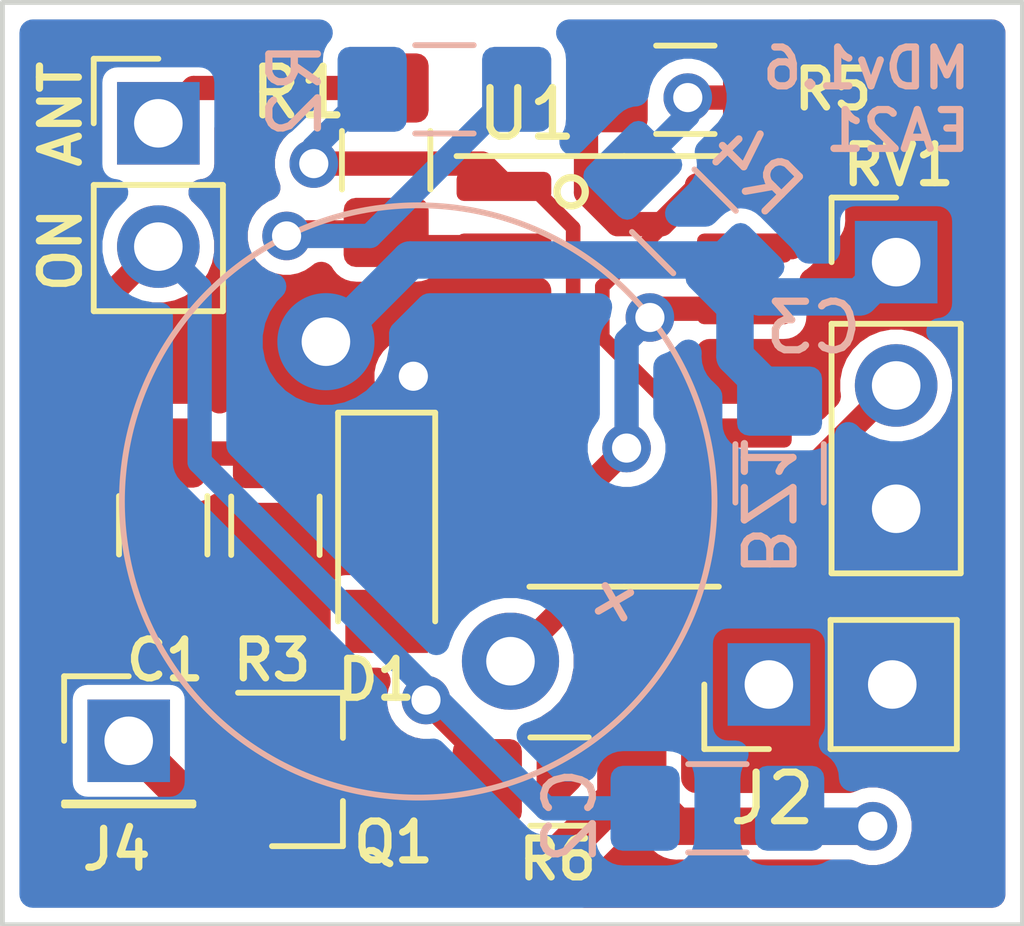
<source format=kicad_pcb>
(kicad_pcb (version 20171130) (host pcbnew "(5.1.6)-1")

  (general
    (thickness 1.6)
    (drawings 5)
    (tracks 123)
    (zones 0)
    (modules 17)
    (nets 14)
  )

  (page A4)
  (layers
    (0 F.Cu signal)
    (31 B.Cu signal)
    (32 B.Adhes user)
    (33 F.Adhes user)
    (34 B.Paste user)
    (35 F.Paste user)
    (36 B.SilkS user)
    (37 F.SilkS user)
    (38 B.Mask user)
    (39 F.Mask user)
    (40 Dwgs.User user)
    (41 Cmts.User user)
    (42 Eco1.User user)
    (43 Eco2.User user)
    (44 Edge.Cuts user)
    (45 Margin user)
    (46 B.CrtYd user)
    (47 F.CrtYd user)
    (48 B.Fab user hide)
    (49 F.Fab user hide)
  )

  (setup
    (last_trace_width 0.5)
    (trace_clearance 0.3)
    (zone_clearance 0.3)
    (zone_45_only no)
    (trace_min 0.3)
    (via_size 1)
    (via_drill 0.6)
    (via_min_size 0.4)
    (via_min_drill 0.3)
    (uvia_size 0.5)
    (uvia_drill 0.4)
    (uvias_allowed no)
    (uvia_min_size 0.2)
    (uvia_min_drill 0.1)
    (edge_width 0.05)
    (segment_width 0.2)
    (pcb_text_width 0.3)
    (pcb_text_size 1.5 1.5)
    (mod_edge_width 0.15)
    (mod_text_size 0.8 0.8)
    (mod_text_width 0.15)
    (pad_size 2 2)
    (pad_drill 1)
    (pad_to_mask_clearance 0.05)
    (aux_axis_origin 0 0)
    (visible_elements 7FFFFFFF)
    (pcbplotparams
      (layerselection 0x010fc_ffffffff)
      (usegerberextensions true)
      (usegerberattributes false)
      (usegerberadvancedattributes false)
      (creategerberjobfile false)
      (excludeedgelayer true)
      (linewidth 0.150000)
      (plotframeref false)
      (viasonmask false)
      (mode 1)
      (useauxorigin false)
      (hpglpennumber 1)
      (hpglpenspeed 20)
      (hpglpendiameter 15.000000)
      (psnegative false)
      (psa4output false)
      (plotreference true)
      (plotvalue true)
      (plotinvisibletext false)
      (padsonsilk true)
      (subtractmaskfromsilk false)
      (outputformat 1)
      (mirror false)
      (drillshape 0)
      (scaleselection 1)
      (outputdirectory "PCBWay"))
  )

  (net 0 "")
  (net 1 GND)
  (net 2 "Net-(BZ1-Pad1)")
  (net 3 "Net-(C1-Pad1)")
  (net 4 "Net-(D1-Pad2)")
  (net 5 "Net-(J1-Pad1)")
  (net 6 +3V3)
  (net 7 "Net-(R1-Pad1)")
  (net 8 "Net-(R2-Pad1)")
  (net 9 "Net-(R4-Pad1)")
  (net 10 "Net-(R5-Pad1)")
  (net 11 -BATT)
  (net 12 "Net-(C2-Pad1)")
  (net 13 "Net-(RV1-Pad2)")

  (net_class Default "This is the default net class."
    (clearance 0.3)
    (trace_width 0.5)
    (via_dia 1)
    (via_drill 0.6)
    (uvia_dia 0.5)
    (uvia_drill 0.4)
    (diff_pair_width 0.5)
    (diff_pair_gap 0.25)
    (add_net +3V3)
    (add_net -BATT)
    (add_net GND)
    (add_net "Net-(BZ1-Pad1)")
    (add_net "Net-(C1-Pad1)")
    (add_net "Net-(C2-Pad1)")
    (add_net "Net-(D1-Pad2)")
    (add_net "Net-(J1-Pad1)")
    (add_net "Net-(R1-Pad1)")
    (add_net "Net-(R2-Pad1)")
    (add_net "Net-(R4-Pad1)")
    (add_net "Net-(R5-Pad1)")
    (add_net "Net-(RV1-Pad2)")
  )

  (module Capacitor_SMD:C_1206_3216Metric_Pad1.42x1.75mm_HandSolder (layer B.Cu) (tedit 5B301BBE) (tstamp 60EC509E)
    (at 35.5 30.7 90)
    (descr "Capacitor SMD 1206 (3216 Metric), square (rectangular) end terminal, IPC_7351 nominal with elongated pad for handsoldering. (Body size source: http://www.tortai-tech.com/upload/download/2011102023233369053.pdf), generated with kicad-footprint-generator")
    (tags "capacitor handsolder")
    (path /61029DC5)
    (attr smd)
    (fp_text reference C3 (at 3 0.7 180) (layer B.SilkS)
      (effects (font (size 1 1) (thickness 0.15)) (justify mirror))
    )
    (fp_text value C (at 0 -1.82 90) (layer B.Fab)
      (effects (font (size 1 1) (thickness 0.15)) (justify mirror))
    )
    (fp_text user %R (at 0 0 90) (layer B.Fab)
      (effects (font (size 0.8 0.8) (thickness 0.12)) (justify mirror))
    )
    (fp_line (start -1.6 -0.8) (end -1.6 0.8) (layer B.Fab) (width 0.1))
    (fp_line (start -1.6 0.8) (end 1.6 0.8) (layer B.Fab) (width 0.1))
    (fp_line (start 1.6 0.8) (end 1.6 -0.8) (layer B.Fab) (width 0.1))
    (fp_line (start 1.6 -0.8) (end -1.6 -0.8) (layer B.Fab) (width 0.1))
    (fp_line (start -0.602064 0.91) (end 0.602064 0.91) (layer B.SilkS) (width 0.12))
    (fp_line (start -0.602064 -0.91) (end 0.602064 -0.91) (layer B.SilkS) (width 0.12))
    (fp_line (start -2.45 -1.12) (end -2.45 1.12) (layer B.CrtYd) (width 0.05))
    (fp_line (start -2.45 1.12) (end 2.45 1.12) (layer B.CrtYd) (width 0.05))
    (fp_line (start 2.45 1.12) (end 2.45 -1.12) (layer B.CrtYd) (width 0.05))
    (fp_line (start 2.45 -1.12) (end -2.45 -1.12) (layer B.CrtYd) (width 0.05))
    (pad 2 smd roundrect (at 1.4875 0 90) (size 1.425 1.75) (layers B.Cu B.Paste B.Mask) (roundrect_rratio 0.175439)
      (net 1 GND))
    (pad 1 smd roundrect (at -1.4875 0 90) (size 1.425 1.75) (layers B.Cu B.Paste B.Mask) (roundrect_rratio 0.175439)
      (net 6 +3V3))
    (model ${KISYS3DMOD}/Capacitor_SMD.3dshapes/C_1206_3216Metric.wrl
      (at (xyz 0 0 0))
      (scale (xyz 1 1 1))
      (rotate (xyz 0 0 0))
    )
  )

  (module Package_SO:SOIC-14_3.9x8.7mm_P1.27mm (layer F.Cu) (tedit 5D9F72B1) (tstamp 60EC4ADB)
    (at 32.3 28.6)
    (descr "SOIC, 14 Pin (JEDEC MS-012AB, https://www.analog.com/media/en/package-pcb-resources/package/pkg_pdf/soic_narrow-r/r_14.pdf), generated with kicad-footprint-generator ipc_gullwing_generator.py")
    (tags "SOIC SO")
    (path /6100C6A9)
    (attr smd)
    (fp_text reference U1 (at -2 -5.3) (layer F.SilkS)
      (effects (font (size 1 1) (thickness 0.15)))
    )
    (fp_text value LMV324 (at 0 5.28) (layer F.Fab)
      (effects (font (size 1 1) (thickness 0.15)))
    )
    (fp_text user %R (at 0 0) (layer F.Fab)
      (effects (font (size 0.98 0.98) (thickness 0.15)))
    )
    (fp_line (start 0 4.435) (end 1.95 4.435) (layer F.SilkS) (width 0.12))
    (fp_line (start 0 4.435) (end -1.95 4.435) (layer F.SilkS) (width 0.12))
    (fp_line (start 0 -4.435) (end 1.95 -4.435) (layer F.SilkS) (width 0.12))
    (fp_line (start 0 -4.435) (end -3.45 -4.435) (layer F.SilkS) (width 0.12))
    (fp_line (start -0.975 -4.325) (end 1.95 -4.325) (layer F.Fab) (width 0.1))
    (fp_line (start 1.95 -4.325) (end 1.95 4.325) (layer F.Fab) (width 0.1))
    (fp_line (start 1.95 4.325) (end -1.95 4.325) (layer F.Fab) (width 0.1))
    (fp_line (start -1.95 4.325) (end -1.95 -3.35) (layer F.Fab) (width 0.1))
    (fp_line (start -1.95 -3.35) (end -0.975 -4.325) (layer F.Fab) (width 0.1))
    (fp_line (start -3.7 -4.58) (end -3.7 4.58) (layer F.CrtYd) (width 0.05))
    (fp_line (start -3.7 4.58) (end 3.7 4.58) (layer F.CrtYd) (width 0.05))
    (fp_line (start 3.7 4.58) (end 3.7 -4.58) (layer F.CrtYd) (width 0.05))
    (fp_line (start 3.7 -4.58) (end -3.7 -4.58) (layer F.CrtYd) (width 0.05))
    (pad 14 smd roundrect (at 2.475 -3.81) (size 1.95 0.6) (layers F.Cu F.Paste F.Mask) (roundrect_rratio 0.25)
      (net 10 "Net-(R5-Pad1)"))
    (pad 13 smd roundrect (at 2.475 -2.54) (size 1.95 0.6) (layers F.Cu F.Paste F.Mask) (roundrect_rratio 0.25)
      (net 9 "Net-(R4-Pad1)"))
    (pad 12 smd roundrect (at 2.475 -1.27) (size 1.95 0.6) (layers F.Cu F.Paste F.Mask) (roundrect_rratio 0.25)
      (net 3 "Net-(C1-Pad1)"))
    (pad 11 smd roundrect (at 2.475 0) (size 1.95 0.6) (layers F.Cu F.Paste F.Mask) (roundrect_rratio 0.25)
      (net 1 GND))
    (pad 10 smd roundrect (at 2.475 1.27) (size 1.95 0.6) (layers F.Cu F.Paste F.Mask) (roundrect_rratio 0.25)
      (net 10 "Net-(R5-Pad1)"))
    (pad 9 smd roundrect (at 2.475 2.54) (size 1.95 0.6) (layers F.Cu F.Paste F.Mask) (roundrect_rratio 0.25)
      (net 13 "Net-(RV1-Pad2)"))
    (pad 8 smd roundrect (at 2.475 3.81) (size 1.95 0.6) (layers F.Cu F.Paste F.Mask) (roundrect_rratio 0.25)
      (net 2 "Net-(BZ1-Pad1)"))
    (pad 7 smd roundrect (at -2.475 3.81) (size 1.95 0.6) (layers F.Cu F.Paste F.Mask) (roundrect_rratio 0.25)
      (net 4 "Net-(D1-Pad2)"))
    (pad 6 smd roundrect (at -2.475 2.54) (size 1.95 0.6) (layers F.Cu F.Paste F.Mask) (roundrect_rratio 0.25)
      (net 3 "Net-(C1-Pad1)"))
    (pad 5 smd roundrect (at -2.475 1.27) (size 1.95 0.6) (layers F.Cu F.Paste F.Mask) (roundrect_rratio 0.25)
      (net 8 "Net-(R2-Pad1)"))
    (pad 4 smd roundrect (at -2.475 0) (size 1.95 0.6) (layers F.Cu F.Paste F.Mask) (roundrect_rratio 0.25)
      (net 6 +3V3))
    (pad 3 smd roundrect (at -2.475 -1.27) (size 1.95 0.6) (layers F.Cu F.Paste F.Mask) (roundrect_rratio 0.25)
      (net 1 GND))
    (pad 2 smd roundrect (at -2.475 -2.54) (size 1.95 0.6) (layers F.Cu F.Paste F.Mask) (roundrect_rratio 0.25)
      (net 7 "Net-(R1-Pad1)"))
    (pad 1 smd roundrect (at -2.475 -3.81) (size 1.95 0.6) (layers F.Cu F.Paste F.Mask) (roundrect_rratio 0.25)
      (net 8 "Net-(R2-Pad1)"))
    (model ${KISYS3DMOD}/Package_SO.3dshapes/SOIC-14_3.9x8.7mm_P1.27mm.wrl
      (at (xyz 0 0 0))
      (scale (xyz 1 1 1))
      (rotate (xyz 0 0 0))
    )
  )

  (module Connector_PinHeader_2.54mm:PinHeader_1x03_P2.54mm_Vertical (layer F.Cu) (tedit 59FED5CC) (tstamp 60EC1092)
    (at 37.9 26.35)
    (descr "Through hole straight pin header, 1x03, 2.54mm pitch, single row")
    (tags "Through hole pin header THT 1x03 2.54mm single row")
    (path /60FD808C)
    (fp_text reference RV1 (at 0.05 -2) (layer F.SilkS)
      (effects (font (size 0.8 0.8) (thickness 0.15)))
    )
    (fp_text value R_POT (at 0 7.41) (layer F.Fab)
      (effects (font (size 1 1) (thickness 0.15)))
    )
    (fp_text user %R (at 0 2.54 90) (layer F.Fab)
      (effects (font (size 1 1) (thickness 0.15)))
    )
    (fp_line (start -0.635 -1.27) (end 1.27 -1.27) (layer F.Fab) (width 0.1))
    (fp_line (start 1.27 -1.27) (end 1.27 6.35) (layer F.Fab) (width 0.1))
    (fp_line (start 1.27 6.35) (end -1.27 6.35) (layer F.Fab) (width 0.1))
    (fp_line (start -1.27 6.35) (end -1.27 -0.635) (layer F.Fab) (width 0.1))
    (fp_line (start -1.27 -0.635) (end -0.635 -1.27) (layer F.Fab) (width 0.1))
    (fp_line (start -1.33 6.41) (end 1.33 6.41) (layer F.SilkS) (width 0.12))
    (fp_line (start -1.33 1.27) (end -1.33 6.41) (layer F.SilkS) (width 0.12))
    (fp_line (start 1.33 1.27) (end 1.33 6.41) (layer F.SilkS) (width 0.12))
    (fp_line (start -1.33 1.27) (end 1.33 1.27) (layer F.SilkS) (width 0.12))
    (fp_line (start -1.33 0) (end -1.33 -1.33) (layer F.SilkS) (width 0.12))
    (fp_line (start -1.33 -1.33) (end 0 -1.33) (layer F.SilkS) (width 0.12))
    (fp_line (start -1.8 -1.8) (end -1.8 6.85) (layer F.CrtYd) (width 0.05))
    (fp_line (start -1.8 6.85) (end 1.8 6.85) (layer F.CrtYd) (width 0.05))
    (fp_line (start 1.8 6.85) (end 1.8 -1.8) (layer F.CrtYd) (width 0.05))
    (fp_line (start 1.8 -1.8) (end -1.8 -1.8) (layer F.CrtYd) (width 0.05))
    (pad 3 thru_hole oval (at 0 5.08) (size 1.7 1.7) (drill 1) (layers *.Cu *.Mask)
      (net 6 +3V3))
    (pad 2 thru_hole oval (at 0 2.54) (size 1.7 1.7) (drill 1) (layers *.Cu *.Mask)
      (net 13 "Net-(RV1-Pad2)"))
    (pad 1 thru_hole rect (at 0 0) (size 1.7 1.7) (drill 1) (layers *.Cu *.Mask)
      (net 1 GND))
    (model ${KISYS3DMOD}/Connector_PinHeader_2.54mm.3dshapes/PinHeader_1x03_P2.54mm_Vertical.wrl
      (at (xyz 0 0 0))
      (scale (xyz 1 1 1))
      (rotate (xyz 0 0 0))
    )
  )

  (module Package_TO_SOT_SMD:SOT-23 (layer F.Cu) (tedit 5A02FF57) (tstamp 60EC0F0C)
    (at 25.75 36.8)
    (descr "SOT-23, Standard")
    (tags SOT-23)
    (path /60FD6109)
    (attr smd)
    (fp_text reference Q1 (at 1.8 1.5) (layer F.SilkS)
      (effects (font (size 0.8 0.8) (thickness 0.15)))
    )
    (fp_text value Q_NMOS_GSD (at 0 2.5) (layer F.Fab)
      (effects (font (size 1 1) (thickness 0.15)))
    )
    (fp_text user %R (at 0 0 90) (layer F.Fab)
      (effects (font (size 0.5 0.5) (thickness 0.075)))
    )
    (fp_line (start -0.7 -0.95) (end -0.7 1.5) (layer F.Fab) (width 0.1))
    (fp_line (start -0.15 -1.52) (end 0.7 -1.52) (layer F.Fab) (width 0.1))
    (fp_line (start -0.7 -0.95) (end -0.15 -1.52) (layer F.Fab) (width 0.1))
    (fp_line (start 0.7 -1.52) (end 0.7 1.52) (layer F.Fab) (width 0.1))
    (fp_line (start -0.7 1.52) (end 0.7 1.52) (layer F.Fab) (width 0.1))
    (fp_line (start 0.76 1.58) (end 0.76 0.65) (layer F.SilkS) (width 0.12))
    (fp_line (start 0.76 -1.58) (end 0.76 -0.65) (layer F.SilkS) (width 0.12))
    (fp_line (start -1.7 -1.75) (end 1.7 -1.75) (layer F.CrtYd) (width 0.05))
    (fp_line (start 1.7 -1.75) (end 1.7 1.75) (layer F.CrtYd) (width 0.05))
    (fp_line (start 1.7 1.75) (end -1.7 1.75) (layer F.CrtYd) (width 0.05))
    (fp_line (start -1.7 1.75) (end -1.7 -1.75) (layer F.CrtYd) (width 0.05))
    (fp_line (start 0.76 -1.58) (end -1.4 -1.58) (layer F.SilkS) (width 0.12))
    (fp_line (start 0.76 1.58) (end -0.7 1.58) (layer F.SilkS) (width 0.12))
    (pad 3 smd rect (at 1 0) (size 0.9 0.8) (layers F.Cu F.Paste F.Mask)
      (net 1 GND))
    (pad 2 smd rect (at -1 0.95) (size 0.9 0.8) (layers F.Cu F.Paste F.Mask)
      (net 11 -BATT))
    (pad 1 smd rect (at -1 -0.95) (size 0.9 0.8) (layers F.Cu F.Paste F.Mask)
      (net 12 "Net-(C2-Pad1)"))
    (model ${KISYS3DMOD}/Package_TO_SOT_SMD.3dshapes/SOT-23.wrl
      (at (xyz 0 0 0))
      (scale (xyz 1 1 1))
      (rotate (xyz 0 0 0))
    )
  )

  (module Connector_PinHeader_2.54mm:PinHeader_1x02_P2.54mm_Vertical (layer F.Cu) (tedit 59FED5CC) (tstamp 60EB9D3B)
    (at 22.71 23.49)
    (descr "Through hole straight pin header, 1x02, 2.54mm pitch, single row")
    (tags "Through hole pin header THT 1x02 2.54mm single row")
    (path /60FAEE26)
    (fp_text reference J1 (at -2.22 2.22) (layer F.Fab)
      (effects (font (size 1 1) (thickness 0.15)))
    )
    (fp_text value PWR (at 0 4.87) (layer F.Fab)
      (effects (font (size 1 1) (thickness 0.15)))
    )
    (fp_line (start 1.8 -1.8) (end -1.8 -1.8) (layer F.CrtYd) (width 0.05))
    (fp_line (start 1.8 4.35) (end 1.8 -1.8) (layer F.CrtYd) (width 0.05))
    (fp_line (start -1.8 4.35) (end 1.8 4.35) (layer F.CrtYd) (width 0.05))
    (fp_line (start -1.8 -1.8) (end -1.8 4.35) (layer F.CrtYd) (width 0.05))
    (fp_line (start -1.33 -1.33) (end 0 -1.33) (layer F.SilkS) (width 0.12))
    (fp_line (start -1.33 0) (end -1.33 -1.33) (layer F.SilkS) (width 0.12))
    (fp_line (start -1.33 1.27) (end 1.33 1.27) (layer F.SilkS) (width 0.12))
    (fp_line (start 1.33 1.27) (end 1.33 3.87) (layer F.SilkS) (width 0.12))
    (fp_line (start -1.33 1.27) (end -1.33 3.87) (layer F.SilkS) (width 0.12))
    (fp_line (start -1.33 3.87) (end 1.33 3.87) (layer F.SilkS) (width 0.12))
    (fp_line (start -1.27 -0.635) (end -0.635 -1.27) (layer F.Fab) (width 0.1))
    (fp_line (start -1.27 3.81) (end -1.27 -0.635) (layer F.Fab) (width 0.1))
    (fp_line (start 1.27 3.81) (end -1.27 3.81) (layer F.Fab) (width 0.1))
    (fp_line (start 1.27 -1.27) (end 1.27 3.81) (layer F.Fab) (width 0.1))
    (fp_line (start -0.635 -1.27) (end 1.27 -1.27) (layer F.Fab) (width 0.1))
    (fp_text user %R (at 0 1.27 90) (layer F.Fab)
      (effects (font (size 1 1) (thickness 0.15)))
    )
    (pad 2 thru_hole oval (at 0 2.54) (size 1.7 1.7) (drill 1) (layers *.Cu *.Mask)
      (net 12 "Net-(C2-Pad1)"))
    (pad 1 thru_hole rect (at 0 0) (size 1.7 1.7) (drill 1) (layers *.Cu *.Mask)
      (net 5 "Net-(J1-Pad1)"))
    (model ${KISYS3DMOD}/Connector_PinHeader_2.54mm.3dshapes/PinHeader_1x02_P2.54mm_Vertical.wrl
      (at (xyz 0 0 0))
      (scale (xyz 1 1 1))
      (rotate (xyz 0 0 0))
    )
  )

  (module Resistor_SMD:R_1206_3216Metric_Pad1.42x1.75mm_HandSolder (layer F.Cu) (tedit 5B301BBD) (tstamp 60EB9635)
    (at 30.97 37.05 180)
    (descr "Resistor SMD 1206 (3216 Metric), square (rectangular) end terminal, IPC_7351 nominal with elongated pad for handsoldering. (Body size source: http://www.tortai-tech.com/upload/download/2011102023233369053.pdf), generated with kicad-footprint-generator")
    (tags "resistor handsolder")
    (path /60F1244D)
    (attr smd)
    (fp_text reference R6 (at 0.04 -1.6 unlocked) (layer F.SilkS)
      (effects (font (size 0.8 0.8) (thickness 0.15)))
    )
    (fp_text value R_US (at 0 1.82) (layer F.Fab)
      (effects (font (size 1 1) (thickness 0.15)))
    )
    (fp_line (start 2.45 1.12) (end -2.45 1.12) (layer F.CrtYd) (width 0.05))
    (fp_line (start 2.45 -1.12) (end 2.45 1.12) (layer F.CrtYd) (width 0.05))
    (fp_line (start -2.45 -1.12) (end 2.45 -1.12) (layer F.CrtYd) (width 0.05))
    (fp_line (start -2.45 1.12) (end -2.45 -1.12) (layer F.CrtYd) (width 0.05))
    (fp_line (start -0.602064 0.91) (end 0.602064 0.91) (layer F.SilkS) (width 0.12))
    (fp_line (start -0.602064 -0.91) (end 0.602064 -0.91) (layer F.SilkS) (width 0.12))
    (fp_line (start 1.6 0.8) (end -1.6 0.8) (layer F.Fab) (width 0.1))
    (fp_line (start 1.6 -0.8) (end 1.6 0.8) (layer F.Fab) (width 0.1))
    (fp_line (start -1.6 -0.8) (end 1.6 -0.8) (layer F.Fab) (width 0.1))
    (fp_line (start -1.6 0.8) (end -1.6 -0.8) (layer F.Fab) (width 0.1))
    (fp_text user %R (at 0 0) (layer F.Fab)
      (effects (font (size 0.8 0.8) (thickness 0.12)))
    )
    (pad 2 smd roundrect (at 1.4875 0 180) (size 1.425 1.75) (layers F.Cu F.Paste F.Mask) (roundrect_rratio 0.175439)
      (net 12 "Net-(C2-Pad1)"))
    (pad 1 smd roundrect (at -1.4875 0 180) (size 1.425 1.75) (layers F.Cu F.Paste F.Mask) (roundrect_rratio 0.175439)
      (net 11 -BATT))
    (model ${KISYS3DMOD}/Resistor_SMD.3dshapes/R_1206_3216Metric.wrl
      (at (xyz 0 0 0))
      (scale (xyz 1 1 1))
      (rotate (xyz 0 0 0))
    )
  )

  (module Connector_PinHeader_2.54mm:PinHeader_1x01_P2.54mm_Vertical (layer F.Cu) (tedit 59FED5CC) (tstamp 60EB866D)
    (at 22.1 36.21)
    (descr "Through hole straight pin header, 1x01, 2.54mm pitch, single row")
    (tags "Through hole pin header THT 1x01 2.54mm single row")
    (path /60F530E5)
    (fp_text reference J4 (at -0.25 2.24) (layer F.SilkS)
      (effects (font (size 0.8 0.8) (thickness 0.15)))
    )
    (fp_text value N_BAT (at 0 2.33) (layer F.Fab)
      (effects (font (size 1 1) (thickness 0.15)))
    )
    (fp_line (start 1.8 -1.8) (end -1.8 -1.8) (layer F.CrtYd) (width 0.05))
    (fp_line (start 1.8 1.8) (end 1.8 -1.8) (layer F.CrtYd) (width 0.05))
    (fp_line (start -1.8 1.8) (end 1.8 1.8) (layer F.CrtYd) (width 0.05))
    (fp_line (start -1.8 -1.8) (end -1.8 1.8) (layer F.CrtYd) (width 0.05))
    (fp_line (start -1.33 -1.33) (end 0 -1.33) (layer F.SilkS) (width 0.12))
    (fp_line (start -1.33 0) (end -1.33 -1.33) (layer F.SilkS) (width 0.12))
    (fp_line (start -1.33 1.27) (end 1.33 1.27) (layer F.SilkS) (width 0.12))
    (fp_line (start 1.33 1.27) (end 1.33 1.33) (layer F.SilkS) (width 0.12))
    (fp_line (start -1.33 1.27) (end -1.33 1.33) (layer F.SilkS) (width 0.12))
    (fp_line (start -1.33 1.33) (end 1.33 1.33) (layer F.SilkS) (width 0.12))
    (fp_line (start -1.27 -0.635) (end -0.635 -1.27) (layer F.Fab) (width 0.1))
    (fp_line (start -1.27 1.27) (end -1.27 -0.635) (layer F.Fab) (width 0.1))
    (fp_line (start 1.27 1.27) (end -1.27 1.27) (layer F.Fab) (width 0.1))
    (fp_line (start 1.27 -1.27) (end 1.27 1.27) (layer F.Fab) (width 0.1))
    (fp_line (start -0.635 -1.27) (end 1.27 -1.27) (layer F.Fab) (width 0.1))
    (fp_text user %R (at 0 0 90) (layer F.Fab)
      (effects (font (size 1 1) (thickness 0.15)))
    )
    (pad 1 thru_hole rect (at 0 0) (size 1.7 1.7) (drill 1) (layers *.Cu *.Mask)
      (net 11 -BATT))
    (model ${KISYS3DMOD}/Connector_PinHeader_2.54mm.3dshapes/PinHeader_1x01_P2.54mm_Vertical.wrl
      (at (xyz 0 0 0))
      (scale (xyz 1 1 1))
      (rotate (xyz 0 0 0))
    )
  )

  (module Capacitor_SMD:C_1206_3216Metric_Pad1.42x1.75mm_HandSolder (layer B.Cu) (tedit 5B301BBE) (tstamp 60EC57CD)
    (at 34.22 37.6)
    (descr "Capacitor SMD 1206 (3216 Metric), square (rectangular) end terminal, IPC_7351 nominal with elongated pad for handsoldering. (Body size source: http://www.tortai-tech.com/upload/download/2011102023233369053.pdf), generated with kicad-footprint-generator")
    (tags "capacitor handsolder")
    (path /60F12CAF)
    (attr smd)
    (fp_text reference C2 (at -3.03 0.15 90 unlocked) (layer B.SilkS)
      (effects (font (size 1 1) (thickness 0.15)) (justify mirror))
    )
    (fp_text value C (at 0 -1.82 180) (layer B.Fab)
      (effects (font (size 1 1) (thickness 0.15)) (justify mirror))
    )
    (fp_line (start 2.45 -1.12) (end -2.45 -1.12) (layer B.CrtYd) (width 0.05))
    (fp_line (start 2.45 1.12) (end 2.45 -1.12) (layer B.CrtYd) (width 0.05))
    (fp_line (start -2.45 1.12) (end 2.45 1.12) (layer B.CrtYd) (width 0.05))
    (fp_line (start -2.45 -1.12) (end -2.45 1.12) (layer B.CrtYd) (width 0.05))
    (fp_line (start -0.602064 -0.91) (end 0.602064 -0.91) (layer B.SilkS) (width 0.12))
    (fp_line (start -0.602064 0.91) (end 0.602064 0.91) (layer B.SilkS) (width 0.12))
    (fp_line (start 1.6 -0.8) (end -1.6 -0.8) (layer B.Fab) (width 0.1))
    (fp_line (start 1.6 0.8) (end 1.6 -0.8) (layer B.Fab) (width 0.1))
    (fp_line (start -1.6 0.8) (end 1.6 0.8) (layer B.Fab) (width 0.1))
    (fp_line (start -1.6 -0.8) (end -1.6 0.8) (layer B.Fab) (width 0.1))
    (fp_text user %R (at 0 0 180) (layer B.Fab)
      (effects (font (size 0.8 0.8) (thickness 0.12)) (justify mirror))
    )
    (pad 2 smd roundrect (at 1.4875 0) (size 1.425 1.75) (layers B.Cu B.Paste B.Mask) (roundrect_rratio 0.175439)
      (net 11 -BATT))
    (pad 1 smd roundrect (at -1.4875 0) (size 1.425 1.75) (layers B.Cu B.Paste B.Mask) (roundrect_rratio 0.175439)
      (net 12 "Net-(C2-Pad1)"))
    (model ${KISYS3DMOD}/Capacitor_SMD.3dshapes/C_1206_3216Metric.wrl
      (at (xyz 0 0 0))
      (scale (xyz 1 1 1))
      (rotate (xyz 0 0 0))
    )
  )

  (module Diode_SMD:D_MiniMELF (layer F.Cu) (tedit 5905D8F5) (tstamp 60EBA50C)
    (at 27.41 32 270)
    (descr "Diode Mini-MELF")
    (tags "Diode Mini-MELF")
    (path /60EAEB36)
    (attr smd)
    (fp_text reference D1 (at 2.95 0.21 unlocked) (layer F.SilkS)
      (effects (font (size 0.8 0.8) (thickness 0.15)))
    )
    (fp_text value D (at 0 1.75 90) (layer F.Fab)
      (effects (font (size 1 1) (thickness 0.15)))
    )
    (fp_line (start 1.75 -1) (end -2.55 -1) (layer F.SilkS) (width 0.12))
    (fp_line (start -2.55 -1) (end -2.55 1) (layer F.SilkS) (width 0.12))
    (fp_line (start -2.55 1) (end 1.75 1) (layer F.SilkS) (width 0.12))
    (fp_line (start 1.65 -0.8) (end 1.65 0.8) (layer F.Fab) (width 0.1))
    (fp_line (start 1.65 0.8) (end -1.65 0.8) (layer F.Fab) (width 0.1))
    (fp_line (start -1.65 0.8) (end -1.65 -0.8) (layer F.Fab) (width 0.1))
    (fp_line (start -1.65 -0.8) (end 1.65 -0.8) (layer F.Fab) (width 0.1))
    (fp_line (start 0.25 0) (end 0.75 0) (layer F.Fab) (width 0.1))
    (fp_line (start 0.25 0.4) (end -0.35 0) (layer F.Fab) (width 0.1))
    (fp_line (start 0.25 -0.4) (end 0.25 0.4) (layer F.Fab) (width 0.1))
    (fp_line (start -0.35 0) (end 0.25 -0.4) (layer F.Fab) (width 0.1))
    (fp_line (start -0.35 0) (end -0.35 0.55) (layer F.Fab) (width 0.1))
    (fp_line (start -0.35 0) (end -0.35 -0.55) (layer F.Fab) (width 0.1))
    (fp_line (start -0.75 0) (end -0.35 0) (layer F.Fab) (width 0.1))
    (fp_line (start -2.65 -1.1) (end 2.65 -1.1) (layer F.CrtYd) (width 0.05))
    (fp_line (start 2.65 -1.1) (end 2.65 1.1) (layer F.CrtYd) (width 0.05))
    (fp_line (start 2.65 1.1) (end -2.65 1.1) (layer F.CrtYd) (width 0.05))
    (fp_line (start -2.65 1.1) (end -2.65 -1.1) (layer F.CrtYd) (width 0.05))
    (fp_text user %R (at 0 -2 90) (layer F.Fab)
      (effects (font (size 1 1) (thickness 0.15)))
    )
    (pad 2 smd rect (at 1.75 0 270) (size 1.3 1.7) (layers F.Cu F.Paste F.Mask)
      (net 4 "Net-(D1-Pad2)"))
    (pad 1 smd rect (at -1.75 0 270) (size 1.3 1.7) (layers F.Cu F.Paste F.Mask)
      (net 3 "Net-(C1-Pad1)"))
    (model ${KISYS3DMOD}/Diode_SMD.3dshapes/D_MiniMELF.wrl
      (at (xyz 0 0 0))
      (scale (xyz 1 1 1))
      (rotate (xyz 0 0 0))
    )
  )

  (module Resistor_SMD:R_1206_3216Metric_Pad1.42x1.75mm_HandSolder (layer F.Cu) (tedit 5B301BBD) (tstamp 60EB0FF3)
    (at 33.56 22.8)
    (descr "Resistor SMD 1206 (3216 Metric), square (rectangular) end terminal, IPC_7351 nominal with elongated pad for handsoldering. (Body size source: http://www.tortai-tech.com/upload/download/2011102023233369053.pdf), generated with kicad-footprint-generator")
    (tags "resistor handsolder")
    (path /60EB97C9)
    (attr smd)
    (fp_text reference R5 (at 3.04 -0.01 -180) (layer F.SilkS)
      (effects (font (size 0.8 0.8) (thickness 0.15)))
    )
    (fp_text value R_US (at 0 1.82 -180) (layer F.Fab)
      (effects (font (size 1 1) (thickness 0.15)))
    )
    (fp_line (start -1.6 0.8) (end -1.6 -0.8) (layer F.Fab) (width 0.1))
    (fp_line (start -1.6 -0.8) (end 1.6 -0.8) (layer F.Fab) (width 0.1))
    (fp_line (start 1.6 -0.8) (end 1.6 0.8) (layer F.Fab) (width 0.1))
    (fp_line (start 1.6 0.8) (end -1.6 0.8) (layer F.Fab) (width 0.1))
    (fp_line (start -0.602064 -0.91) (end 0.602064 -0.91) (layer F.SilkS) (width 0.12))
    (fp_line (start -0.602064 0.91) (end 0.602064 0.91) (layer F.SilkS) (width 0.12))
    (fp_line (start -2.45 1.12) (end -2.45 -1.12) (layer F.CrtYd) (width 0.05))
    (fp_line (start -2.45 -1.12) (end 2.45 -1.12) (layer F.CrtYd) (width 0.05))
    (fp_line (start 2.45 -1.12) (end 2.45 1.12) (layer F.CrtYd) (width 0.05))
    (fp_line (start 2.45 1.12) (end -2.45 1.12) (layer F.CrtYd) (width 0.05))
    (fp_text user %R (at 0 0 -180) (layer F.Fab)
      (effects (font (size 0.8 0.8) (thickness 0.12)))
    )
    (pad 2 smd roundrect (at 1.4875 0) (size 1.425 1.75) (layers F.Cu F.Paste F.Mask) (roundrect_rratio 0.175439)
      (net 9 "Net-(R4-Pad1)"))
    (pad 1 smd roundrect (at -1.4875 0) (size 1.425 1.75) (layers F.Cu F.Paste F.Mask) (roundrect_rratio 0.175439)
      (net 10 "Net-(R5-Pad1)"))
    (model ${KISYS3DMOD}/Resistor_SMD.3dshapes/R_1206_3216Metric.wrl
      (at (xyz 0 0 0))
      (scale (xyz 1 1 1))
      (rotate (xyz 0 0 0))
    )
  )

  (module Resistor_SMD:R_1206_3216Metric_Pad1.42x1.75mm_HandSolder (layer B.Cu) (tedit 5B301BBD) (tstamp 60EB157B)
    (at 33.53 25.51 315)
    (descr "Resistor SMD 1206 (3216 Metric), square (rectangular) end terminal, IPC_7351 nominal with elongated pad for handsoldering. (Body size source: http://www.tortai-tech.com/upload/download/2011102023233369053.pdf), generated with kicad-footprint-generator")
    (tags "resistor handsolder")
    (path /60EB80FF)
    (attr smd)
    (fp_text reference R4 (at 0.289914 -1.78898 315 unlocked) (layer B.SilkS)
      (effects (font (size 1 1) (thickness 0.15)) (justify mirror))
    )
    (fp_text value R_US (at 0 -1.82 135) (layer B.Fab)
      (effects (font (size 1 1) (thickness 0.15)) (justify mirror))
    )
    (fp_line (start -1.6 -0.8) (end -1.6 0.8) (layer B.Fab) (width 0.1))
    (fp_line (start -1.6 0.8) (end 1.6 0.8) (layer B.Fab) (width 0.1))
    (fp_line (start 1.6 0.8) (end 1.6 -0.8) (layer B.Fab) (width 0.1))
    (fp_line (start 1.6 -0.8) (end -1.6 -0.8) (layer B.Fab) (width 0.1))
    (fp_line (start -0.602064 0.91) (end 0.602064 0.91) (layer B.SilkS) (width 0.12))
    (fp_line (start -0.602064 -0.91) (end 0.602064 -0.91) (layer B.SilkS) (width 0.12))
    (fp_line (start -2.45 -1.12) (end -2.45 1.12) (layer B.CrtYd) (width 0.05))
    (fp_line (start -2.45 1.12) (end 2.45 1.12) (layer B.CrtYd) (width 0.05))
    (fp_line (start 2.45 1.12) (end 2.45 -1.12) (layer B.CrtYd) (width 0.05))
    (fp_line (start 2.45 -1.12) (end -2.45 -1.12) (layer B.CrtYd) (width 0.05))
    (fp_text user %R (at 0 0 135) (layer B.Fab)
      (effects (font (size 0.8 0.8) (thickness 0.12)) (justify mirror))
    )
    (pad 2 smd roundrect (at 1.4875 0 315) (size 1.425 1.75) (layers B.Cu B.Paste B.Mask) (roundrect_rratio 0.175439)
      (net 1 GND))
    (pad 1 smd roundrect (at -1.4875 0 315) (size 1.425 1.75) (layers B.Cu B.Paste B.Mask) (roundrect_rratio 0.175439)
      (net 9 "Net-(R4-Pad1)"))
    (model ${KISYS3DMOD}/Resistor_SMD.3dshapes/R_1206_3216Metric.wrl
      (at (xyz 0 0 0))
      (scale (xyz 1 1 1))
      (rotate (xyz 0 0 0))
    )
  )

  (module Resistor_SMD:R_1206_3216Metric_Pad1.42x1.75mm_HandSolder (layer F.Cu) (tedit 5B301BBD) (tstamp 60EC1AA3)
    (at 25.12 31.78 270)
    (descr "Resistor SMD 1206 (3216 Metric), square (rectangular) end terminal, IPC_7351 nominal with elongated pad for handsoldering. (Body size source: http://www.tortai-tech.com/upload/download/2011102023233369053.pdf), generated with kicad-footprint-generator")
    (tags "resistor handsolder")
    (path /60EB1F08)
    (attr smd)
    (fp_text reference R3 (at 2.77 0.07 unlocked) (layer F.SilkS)
      (effects (font (size 0.8 0.8) (thickness 0.15)))
    )
    (fp_text value R_US (at 0 1.82 90) (layer F.Fab)
      (effects (font (size 1 1) (thickness 0.15)))
    )
    (fp_line (start -1.6 0.8) (end -1.6 -0.8) (layer F.Fab) (width 0.1))
    (fp_line (start -1.6 -0.8) (end 1.6 -0.8) (layer F.Fab) (width 0.1))
    (fp_line (start 1.6 -0.8) (end 1.6 0.8) (layer F.Fab) (width 0.1))
    (fp_line (start 1.6 0.8) (end -1.6 0.8) (layer F.Fab) (width 0.1))
    (fp_line (start -0.602064 -0.91) (end 0.602064 -0.91) (layer F.SilkS) (width 0.12))
    (fp_line (start -0.602064 0.91) (end 0.602064 0.91) (layer F.SilkS) (width 0.12))
    (fp_line (start -2.45 1.12) (end -2.45 -1.12) (layer F.CrtYd) (width 0.05))
    (fp_line (start -2.45 -1.12) (end 2.45 -1.12) (layer F.CrtYd) (width 0.05))
    (fp_line (start 2.45 -1.12) (end 2.45 1.12) (layer F.CrtYd) (width 0.05))
    (fp_line (start 2.45 1.12) (end -2.45 1.12) (layer F.CrtYd) (width 0.05))
    (fp_text user %R (at 0 0 90) (layer F.Fab)
      (effects (font (size 0.8 0.8) (thickness 0.12)))
    )
    (pad 2 smd roundrect (at 1.4875 0 270) (size 1.425 1.75) (layers F.Cu F.Paste F.Mask) (roundrect_rratio 0.175439)
      (net 1 GND))
    (pad 1 smd roundrect (at -1.4875 0 270) (size 1.425 1.75) (layers F.Cu F.Paste F.Mask) (roundrect_rratio 0.175439)
      (net 3 "Net-(C1-Pad1)"))
    (model ${KISYS3DMOD}/Resistor_SMD.3dshapes/R_1206_3216Metric.wrl
      (at (xyz 0 0 0))
      (scale (xyz 1 1 1))
      (rotate (xyz 0 0 0))
    )
  )

  (module Resistor_SMD:R_1206_3216Metric_Pad1.42x1.75mm_HandSolder (layer B.Cu) (tedit 5B301BBD) (tstamp 60EBA41D)
    (at 28.6 22.79)
    (descr "Resistor SMD 1206 (3216 Metric), square (rectangular) end terminal, IPC_7351 nominal with elongated pad for handsoldering. (Body size source: http://www.tortai-tech.com/upload/download/2011102023233369053.pdf), generated with kicad-footprint-generator")
    (tags "resistor handsolder")
    (path /60EA7EE8)
    (attr smd)
    (fp_text reference R2 (at -3.07 0.01 90 unlocked) (layer B.SilkS)
      (effects (font (size 1 1) (thickness 0.15)) (justify mirror))
    )
    (fp_text value R_US (at 0 -1.82) (layer B.Fab)
      (effects (font (size 1 1) (thickness 0.15)) (justify mirror))
    )
    (fp_line (start -1.6 -0.8) (end -1.6 0.8) (layer B.Fab) (width 0.1))
    (fp_line (start -1.6 0.8) (end 1.6 0.8) (layer B.Fab) (width 0.1))
    (fp_line (start 1.6 0.8) (end 1.6 -0.8) (layer B.Fab) (width 0.1))
    (fp_line (start 1.6 -0.8) (end -1.6 -0.8) (layer B.Fab) (width 0.1))
    (fp_line (start -0.602064 0.91) (end 0.602064 0.91) (layer B.SilkS) (width 0.12))
    (fp_line (start -0.602064 -0.91) (end 0.602064 -0.91) (layer B.SilkS) (width 0.12))
    (fp_line (start -2.45 -1.12) (end -2.45 1.12) (layer B.CrtYd) (width 0.05))
    (fp_line (start -2.45 1.12) (end 2.45 1.12) (layer B.CrtYd) (width 0.05))
    (fp_line (start 2.45 1.12) (end 2.45 -1.12) (layer B.CrtYd) (width 0.05))
    (fp_line (start 2.45 -1.12) (end -2.45 -1.12) (layer B.CrtYd) (width 0.05))
    (fp_text user %R (at 0 0) (layer B.Fab)
      (effects (font (size 0.8 0.8) (thickness 0.12)) (justify mirror))
    )
    (pad 2 smd roundrect (at 1.4875 0) (size 1.425 1.75) (layers B.Cu B.Paste B.Mask) (roundrect_rratio 0.175439)
      (net 7 "Net-(R1-Pad1)"))
    (pad 1 smd roundrect (at -1.4875 0) (size 1.425 1.75) (layers B.Cu B.Paste B.Mask) (roundrect_rratio 0.175439)
      (net 8 "Net-(R2-Pad1)"))
    (model ${KISYS3DMOD}/Resistor_SMD.3dshapes/R_1206_3216Metric.wrl
      (at (xyz 0 0 0))
      (scale (xyz 1 1 1))
      (rotate (xyz 0 0 0))
    )
  )

  (module Resistor_SMD:R_1206_3216Metric_Pad1.42x1.75mm_HandSolder (layer F.Cu) (tedit 5B301BBD) (tstamp 60EC24B9)
    (at 27.4 24.25 90)
    (descr "Resistor SMD 1206 (3216 Metric), square (rectangular) end terminal, IPC_7351 nominal with elongated pad for handsoldering. (Body size source: http://www.tortai-tech.com/upload/download/2011102023233369053.pdf), generated with kicad-footprint-generator")
    (tags "resistor handsolder")
    (path /60EA7339)
    (attr smd)
    (fp_text reference R1 (at 1.39 -1.8 180) (layer F.SilkS)
      (effects (font (size 1 1) (thickness 0.15)))
    )
    (fp_text value R_US (at 0 1.82 90) (layer F.Fab)
      (effects (font (size 1 1) (thickness 0.15)))
    )
    (fp_line (start -1.6 0.8) (end -1.6 -0.8) (layer F.Fab) (width 0.1))
    (fp_line (start -1.6 -0.8) (end 1.6 -0.8) (layer F.Fab) (width 0.1))
    (fp_line (start 1.6 -0.8) (end 1.6 0.8) (layer F.Fab) (width 0.1))
    (fp_line (start 1.6 0.8) (end -1.6 0.8) (layer F.Fab) (width 0.1))
    (fp_line (start -0.602064 -0.91) (end 0.602064 -0.91) (layer F.SilkS) (width 0.12))
    (fp_line (start -0.602064 0.91) (end 0.602064 0.91) (layer F.SilkS) (width 0.12))
    (fp_line (start -2.45 1.12) (end -2.45 -1.12) (layer F.CrtYd) (width 0.05))
    (fp_line (start -2.45 -1.12) (end 2.45 -1.12) (layer F.CrtYd) (width 0.05))
    (fp_line (start 2.45 -1.12) (end 2.45 1.12) (layer F.CrtYd) (width 0.05))
    (fp_line (start 2.45 1.12) (end -2.45 1.12) (layer F.CrtYd) (width 0.05))
    (fp_text user %R (at 0 0 90) (layer F.Fab)
      (effects (font (size 0.8 0.8) (thickness 0.12)))
    )
    (pad 2 smd roundrect (at 1.4875 0 90) (size 1.425 1.75) (layers F.Cu F.Paste F.Mask) (roundrect_rratio 0.175439)
      (net 5 "Net-(J1-Pad1)"))
    (pad 1 smd roundrect (at -1.4875 0 90) (size 1.425 1.75) (layers F.Cu F.Paste F.Mask) (roundrect_rratio 0.175439)
      (net 7 "Net-(R1-Pad1)"))
    (model ${KISYS3DMOD}/Resistor_SMD.3dshapes/R_1206_3216Metric.wrl
      (at (xyz 0 0 0))
      (scale (xyz 1 1 1))
      (rotate (xyz 0 0 0))
    )
  )

  (module Connector_PinHeader_2.54mm:PinHeader_1x02_P2.54mm_Vertical (layer F.Cu) (tedit 59FED5CC) (tstamp 60EB9493)
    (at 35.28 35.05 90)
    (descr "Through hole straight pin header, 1x02, 2.54mm pitch, single row")
    (tags "Through hole pin header THT 1x02 2.54mm single row")
    (path /60EE6437)
    (fp_text reference J2 (at -2.35 0.07 180) (layer F.SilkS)
      (effects (font (size 1 1) (thickness 0.15)))
    )
    (fp_text value PWR (at 0 4.87 90) (layer F.Fab)
      (effects (font (size 1 1) (thickness 0.15)))
    )
    (fp_line (start -0.635 -1.27) (end 1.27 -1.27) (layer F.Fab) (width 0.1))
    (fp_line (start 1.27 -1.27) (end 1.27 3.81) (layer F.Fab) (width 0.1))
    (fp_line (start 1.27 3.81) (end -1.27 3.81) (layer F.Fab) (width 0.1))
    (fp_line (start -1.27 3.81) (end -1.27 -0.635) (layer F.Fab) (width 0.1))
    (fp_line (start -1.27 -0.635) (end -0.635 -1.27) (layer F.Fab) (width 0.1))
    (fp_line (start -1.33 3.87) (end 1.33 3.87) (layer F.SilkS) (width 0.12))
    (fp_line (start -1.33 1.27) (end -1.33 3.87) (layer F.SilkS) (width 0.12))
    (fp_line (start 1.33 1.27) (end 1.33 3.87) (layer F.SilkS) (width 0.12))
    (fp_line (start -1.33 1.27) (end 1.33 1.27) (layer F.SilkS) (width 0.12))
    (fp_line (start -1.33 0) (end -1.33 -1.33) (layer F.SilkS) (width 0.12))
    (fp_line (start -1.33 -1.33) (end 0 -1.33) (layer F.SilkS) (width 0.12))
    (fp_line (start -1.8 -1.8) (end -1.8 4.35) (layer F.CrtYd) (width 0.05))
    (fp_line (start -1.8 4.35) (end 1.8 4.35) (layer F.CrtYd) (width 0.05))
    (fp_line (start 1.8 4.35) (end 1.8 -1.8) (layer F.CrtYd) (width 0.05))
    (fp_line (start 1.8 -1.8) (end -1.8 -1.8) (layer F.CrtYd) (width 0.05))
    (fp_text user %R (at 0 1.27) (layer F.Fab)
      (effects (font (size 1 1) (thickness 0.15)))
    )
    (pad 2 thru_hole oval (at 0 2.54 90) (size 1.7 1.7) (drill 1) (layers *.Cu *.Mask)
      (net 6 +3V3))
    (pad 1 thru_hole rect (at 0 0 90) (size 1.7 1.7) (drill 1) (layers *.Cu *.Mask)
      (net 1 GND))
    (model ${KISYS3DMOD}/Connector_PinHeader_2.54mm.3dshapes/PinHeader_1x02_P2.54mm_Vertical.wrl
      (at (xyz 0 0 0))
      (scale (xyz 1 1 1))
      (rotate (xyz 0 0 0))
    )
  )

  (module Capacitor_SMD:C_1206_3216Metric_Pad1.42x1.75mm_HandSolder (layer F.Cu) (tedit 5B301BBE) (tstamp 60EB850A)
    (at 22.81 31.77 270)
    (descr "Capacitor SMD 1206 (3216 Metric), square (rectangular) end terminal, IPC_7351 nominal with elongated pad for handsoldering. (Body size source: http://www.tortai-tech.com/upload/download/2011102023233369053.pdf), generated with kicad-footprint-generator")
    (tags "capacitor handsolder")
    (path /60EB1602)
    (attr smd)
    (fp_text reference C1 (at 2.78 -0.04 unlocked) (layer F.SilkS)
      (effects (font (size 0.8 0.8) (thickness 0.15)))
    )
    (fp_text value C (at 0 1.82 90) (layer F.Fab)
      (effects (font (size 1 1) (thickness 0.15)))
    )
    (fp_line (start -1.6 0.8) (end -1.6 -0.8) (layer F.Fab) (width 0.1))
    (fp_line (start -1.6 -0.8) (end 1.6 -0.8) (layer F.Fab) (width 0.1))
    (fp_line (start 1.6 -0.8) (end 1.6 0.8) (layer F.Fab) (width 0.1))
    (fp_line (start 1.6 0.8) (end -1.6 0.8) (layer F.Fab) (width 0.1))
    (fp_line (start -0.602064 -0.91) (end 0.602064 -0.91) (layer F.SilkS) (width 0.12))
    (fp_line (start -0.602064 0.91) (end 0.602064 0.91) (layer F.SilkS) (width 0.12))
    (fp_line (start -2.45 1.12) (end -2.45 -1.12) (layer F.CrtYd) (width 0.05))
    (fp_line (start -2.45 -1.12) (end 2.45 -1.12) (layer F.CrtYd) (width 0.05))
    (fp_line (start 2.45 -1.12) (end 2.45 1.12) (layer F.CrtYd) (width 0.05))
    (fp_line (start 2.45 1.12) (end -2.45 1.12) (layer F.CrtYd) (width 0.05))
    (fp_text user %R (at 0 0 90) (layer F.Fab)
      (effects (font (size 0.8 0.8) (thickness 0.12)))
    )
    (pad 2 smd roundrect (at 1.4875 0 270) (size 1.425 1.75) (layers F.Cu F.Paste F.Mask) (roundrect_rratio 0.175439)
      (net 1 GND))
    (pad 1 smd roundrect (at -1.4875 0 270) (size 1.425 1.75) (layers F.Cu F.Paste F.Mask) (roundrect_rratio 0.175439)
      (net 3 "Net-(C1-Pad1)"))
    (model ${KISYS3DMOD}/Capacitor_SMD.3dshapes/C_1206_3216Metric.wrl
      (at (xyz 0 0 0))
      (scale (xyz 1 1 1))
      (rotate (xyz 0 0 0))
    )
  )

  (module Buzzer_Beeper:Buzzer_12x9.5RM7.6 (layer B.Cu) (tedit 60EAED60) (tstamp 60EB34BE)
    (at 29.96 34.57 120)
    (descr "Generic Buzzer, D12mm height 9.5mm with RM7.6mm")
    (tags buzzer)
    (path /60ED7EA1)
    (fp_text reference BZ1 (at 0.153602 6.173954 270 unlocked) (layer B.SilkS)
      (effects (font (size 1 1) (thickness 0.15)) (justify mirror))
    )
    (fp_text value Buzzer (at 3.8 -7.4 300) (layer B.Fab)
      (effects (font (size 1 1) (thickness 0.15)) (justify mirror))
    )
    (fp_circle (center 3.8 0) (end 10.05 0) (layer B.CrtYd) (width 0.05))
    (fp_circle (center 3.8 0) (end 9.8 0) (layer B.Fab) (width 0.1))
    (fp_circle (center 3.8 0) (end 4.8 0) (layer B.Fab) (width 0.1))
    (fp_circle (center 3.8 0) (end 9.9 0) (layer B.SilkS) (width 0.12))
    (fp_text user %R (at 3.800001 4 300) (layer B.Fab)
      (effects (font (size 1 1) (thickness 0.15)) (justify mirror))
    )
    (fp_text user + (at -0.01 2.54 300) (layer B.SilkS)
      (effects (font (size 1 1) (thickness 0.15)) (justify mirror))
    )
    (fp_text user + (at -0.01 2.54 300) (layer B.Fab)
      (effects (font (size 1 1) (thickness 0.15)) (justify mirror))
    )
    (pad 2 thru_hole circle (at 7.6 0 120) (size 2 2) (drill 1) (layers *.Cu *.Mask)
      (net 1 GND))
    (pad 1 thru_hole circle (at 0 0 120) (size 2 2) (drill 1) (layers *.Cu *.Mask)
      (net 2 "Net-(BZ1-Pad1)"))
    (model ${KISYS3DMOD}/Buzzer_Beeper.3dshapes/Buzzer_12x9.5RM7.6.wrl
      (at (xyz 0 0 0))
      (scale (xyz 1 1 1))
      (rotate (xyz 0 0 0))
    )
  )

  (gr_circle (center 31.208453 24.9) (end 31.358453 25.15) (layer F.SilkS) (width 0.15) (tstamp 60EC315C))
  (gr_text ON (at 20.7 26.1 90) (layer F.SilkS) (tstamp 60EC1364)
    (effects (font (size 0.8 0.8) (thickness 0.15)))
  )
  (gr_text ANT (at 20.7 23.3 90) (layer F.SilkS)
    (effects (font (size 0.8 0.8) (thickness 0.15)))
  )
  (gr_poly (pts (xy 40.5 40) (xy 19.5 40) (xy 19.5 21) (xy 40.5 21)) (layer Edge.Cuts) (width 0.1))
  (gr_text "MDv1.6\nEA21" (at 39.5 23) (layer B.SilkS)
    (effects (font (size 0.8 0.8) (thickness 0.15)) (justify left mirror))
  )

  (segment (start 26.838207 27.31) (end 26.16 27.988207) (width 0.77) (layer F.Cu) (net 1))
  (segment (start 29.825 27.31) (end 26.838207 27.31) (width 0.77) (layer F.Cu) (net 1))
  (segment (start 37.88 26.55) (end 37.88 26.34) (width 0.77) (layer F.Cu) (net 1))
  (segment (start 34.775 28.58) (end 35.85 28.58) (width 0.77) (layer F.Cu) (net 1))
  (segment (start 35.85 28.58) (end 37.88 26.55) (width 0.77) (layer F.Cu) (net 1))
  (segment (start 37.154365 27.065635) (end 37.88 26.34) (width 0.77) (layer B.Cu) (net 1))
  (segment (start 35.085635 27.065635) (end 37.154365 27.065635) (width 0.77) (layer B.Cu) (net 1))
  (segment (start 34.581821 26.561821) (end 35.085635 27.065635) (width 0.77) (layer B.Cu) (net 1))
  (segment (start 22.694487 27.988207) (end 26.16 27.988207) (width 0.77) (layer F.Cu) (net 1))
  (segment (start 21.24999 29.432704) (end 22.694487 27.988207) (width 0.77) (layer F.Cu) (net 1))
  (segment (start 22.81 33.2575) (end 21.24999 31.69749) (width 0.77) (layer F.Cu) (net 1))
  (segment (start 21.24999 31.69749) (end 21.24999 29.432704) (width 0.77) (layer F.Cu) (net 1))
  (segment (start 26.211596 27.988207) (end 26.16 27.988207) (width 0.77) (layer B.Cu) (net 1))
  (segment (start 27.894804 26.304999) (end 26.211596 27.988207) (width 0.77) (layer B.Cu) (net 1))
  (segment (start 34.324999 26.304999) (end 27.894804 26.304999) (width 0.77) (layer B.Cu) (net 1))
  (segment (start 34.581821 26.561821) (end 34.324999 26.304999) (width 0.77) (layer B.Cu) (net 1))
  (segment (start 37.88 26.34) (end 39.7 28.16) (width 0.77) (layer F.Cu) (net 1))
  (segment (start 36.815001 36.585001) (end 35.28 35.05) (width 0.77) (layer F.Cu) (net 1))
  (segment (start 38.556801 36.585001) (end 36.815001 36.585001) (width 0.77) (layer F.Cu) (net 1))
  (segment (start 39.7 35.441802) (end 38.556801 36.585001) (width 0.77) (layer F.Cu) (net 1))
  (segment (start 39.7 28.16) (end 39.7 35.441802) (width 0.77) (layer F.Cu) (net 1))
  (segment (start 25.12 33.76) (end 25.12 33.2675) (width 0.77) (layer F.Cu) (net 1))
  (segment (start 25.11 33.2575) (end 25.12 33.2675) (width 0.77) (layer F.Cu) (net 1))
  (segment (start 22.81 33.2575) (end 25.11 33.2575) (width 0.77) (layer F.Cu) (net 1))
  (segment (start 26.75 35.61) (end 26.75 36.8) (width 0.77) (layer F.Cu) (net 1))
  (segment (start 25.12 33.98) (end 26.75 35.61) (width 0.77) (layer F.Cu) (net 1))
  (segment (start 25.12 33.2675) (end 25.12 33.98) (width 0.77) (layer F.Cu) (net 1))
  (segment (start 34.581821 28.294321) (end 35.5 29.2125) (width 0.77) (layer B.Cu) (net 1))
  (segment (start 34.581821 26.561821) (end 34.581821 28.294321) (width 0.77) (layer B.Cu) (net 1))
  (segment (start 32.14 32.39) (end 29.96 34.57) (width 0.5) (layer F.Cu) (net 2))
  (segment (start 34.775 32.39) (end 32.14 32.39) (width 0.5) (layer F.Cu) (net 2))
  (segment (start 28.28 31.12) (end 27.41 30.25) (width 0.5) (layer F.Cu) (net 3))
  (segment (start 29.825 31.12) (end 28.28 31.12) (width 0.5) (layer F.Cu) (net 3))
  (segment (start 27.3675 30.2925) (end 27.41 30.25) (width 0.5) (layer F.Cu) (net 3))
  (segment (start 25.12 30.2925) (end 27.3675 30.2925) (width 0.5) (layer F.Cu) (net 3))
  (segment (start 22.82 30.2925) (end 22.81 30.2825) (width 0.5) (layer F.Cu) (net 3))
  (segment (start 25.12 30.2925) (end 22.82 30.2925) (width 0.5) (layer F.Cu) (net 3))
  (segment (start 29.825 31.12) (end 31.41 31.12) (width 0.5) (layer F.Cu) (net 3))
  (via (at 32.35 30.18) (size 1) (drill 0.6) (layers F.Cu B.Cu) (net 3))
  (segment (start 31.41 31.12) (end 32.35 30.18) (width 0.5) (layer F.Cu) (net 3))
  (segment (start 33.01 27.31) (end 32.83 27.49) (width 0.5) (layer F.Cu) (net 3))
  (via (at 32.83 27.49) (size 1) (drill 0.6) (layers F.Cu B.Cu) (net 3))
  (segment (start 32.35 27.97) (end 32.83 27.49) (width 0.5) (layer B.Cu) (net 3))
  (segment (start 34.775 27.31) (end 33.01 27.31) (width 0.5) (layer F.Cu) (net 3))
  (segment (start 32.35 30.18) (end 32.35 27.97) (width 0.5) (layer B.Cu) (net 3))
  (segment (start 28.77 32.39) (end 27.41 33.75) (width 0.5) (layer F.Cu) (net 4))
  (segment (start 29.825 32.39) (end 28.77 32.39) (width 0.5) (layer F.Cu) (net 4))
  (segment (start 23.4375 22.7625) (end 27.4 22.7625) (width 0.5) (layer F.Cu) (net 5))
  (segment (start 22.71 23.49) (end 23.4375 22.7625) (width 0.5) (layer F.Cu) (net 5))
  (segment (start 37.82 31.48) (end 37.88 31.42) (width 0.5) (layer F.Cu) (net 6))
  (segment (start 37.88 34.24) (end 37.82 34.3) (width 0.5) (layer F.Cu) (net 6))
  (segment (start 37.88 31.42) (end 37.88 34.24) (width 0.77) (layer F.Cu) (net 6))
  (segment (start 31.530055 32.269999) (end 27.960028 28.699972) (width 0.77) (layer B.Cu) (net 6))
  (segment (start 37.88 31.42) (end 37.030001 32.269999) (width 0.77) (layer B.Cu) (net 6))
  (segment (start 37.030001 32.269999) (end 31.530055 32.269999) (width 0.77) (layer B.Cu) (net 6))
  (via (at 27.960028 28.699972) (size 1) (drill 0.6) (layers F.Cu B.Cu) (net 6))
  (segment (start 28.08 28.58) (end 27.960028 28.699972) (width 0.77) (layer F.Cu) (net 6))
  (segment (start 29.825 28.58) (end 28.08 28.58) (width 0.77) (layer F.Cu) (net 6))
  (segment (start 35.64 31.12) (end 34.775 31.12) (width 0.5) (layer F.Cu) (net 13))
  (segment (start 37.88 28.88) (end 35.64 31.12) (width 0.5) (layer F.Cu) (net 13))
  (segment (start 27.7025 26.04) (end 27.4 25.7375) (width 0.5) (layer F.Cu) (net 7))
  (segment (start 29.825 26.04) (end 27.7025 26.04) (width 0.5) (layer F.Cu) (net 7))
  (via (at 25.35 25.81) (size 1) (drill 0.6) (layers F.Cu B.Cu) (net 7))
  (segment (start 27.4 25.7375) (end 25.4225 25.7375) (width 0.5) (layer F.Cu) (net 7))
  (segment (start 25.4225 25.7375) (end 25.35 25.81) (width 0.5) (layer F.Cu) (net 7))
  (segment (start 27.0675 25.81) (end 25.35 25.81) (width 0.5) (layer B.Cu) (net 7))
  (segment (start 30.0875 22.79) (end 27.0675 25.81) (width 0.5) (layer B.Cu) (net 7))
  (segment (start 27.1125 22.79) (end 25.91 23.9925) (width 0.5) (layer B.Cu) (net 8))
  (segment (start 29.825 24.77) (end 29.375 24.32) (width 0.5) (layer F.Cu) (net 8))
  (segment (start 29.375 24.32) (end 25.91 24.32) (width 0.5) (layer F.Cu) (net 8))
  (via (at 25.91 24.32) (size 1) (drill 0.6) (layers F.Cu B.Cu) (net 8))
  (segment (start 25.91 23.9925) (end 25.91 24.32) (width 0.5) (layer B.Cu) (net 8))
  (segment (start 31.25001 29.39999) (end 30.8 29.85) (width 0.3) (layer F.Cu) (net 8))
  (segment (start 30.378544 24.77) (end 31.25001 25.641466) (width 0.3) (layer F.Cu) (net 8))
  (segment (start 29.825 24.77) (end 30.378544 24.77) (width 0.3) (layer F.Cu) (net 8))
  (segment (start 31.25001 25.641466) (end 31.25001 29.39999) (width 0.3) (layer F.Cu) (net 8))
  (segment (start 30.8 29.85) (end 29.825 29.85) (width 0.3) (layer F.Cu) (net 8))
  (segment (start 32.478179 24.458179) (end 33.61 23.326358) (width 0.5) (layer B.Cu) (net 9))
  (via (at 33.61 22.96) (size 1) (drill 0.6) (layers F.Cu B.Cu) (net 9))
  (segment (start 33.61 23.326358) (end 33.61 22.96) (width 0.5) (layer B.Cu) (net 9))
  (segment (start 35.75 26.04) (end 36.30001 25.48999) (width 0.5) (layer F.Cu) (net 9))
  (segment (start 36.30001 24.242152) (end 35.017858 22.96) (width 0.5) (layer F.Cu) (net 9))
  (segment (start 34.775 26.04) (end 35.75 26.04) (width 0.5) (layer F.Cu) (net 9))
  (segment (start 36.30001 25.48999) (end 36.30001 24.242152) (width 0.5) (layer F.Cu) (net 9))
  (segment (start 35.017858 22.96) (end 33.61 22.96) (width 0.5) (layer F.Cu) (net 9))
  (segment (start 33.8 24.77) (end 34.775 24.77) (width 0.5) (layer F.Cu) (net 10))
  (segment (start 32.165092 25.566583) (end 33.073735 25.566583) (width 0.5) (layer F.Cu) (net 10))
  (segment (start 31.514805 24.916296) (end 32.165092 25.566583) (width 0.5) (layer F.Cu) (net 10))
  (segment (start 31.514805 23.357695) (end 31.514805 24.916296) (width 0.5) (layer F.Cu) (net 10))
  (segment (start 31.850031 27.900031) (end 33.8 29.85) (width 0.3) (layer F.Cu) (net 10))
  (segment (start 33.8 24.901613) (end 31.850031 26.851582) (width 0.3) (layer F.Cu) (net 10))
  (segment (start 33.073735 25.566583) (end 33.8 24.840318) (width 0.5) (layer F.Cu) (net 10))
  (segment (start 32.0725 22.8) (end 31.514805 23.357695) (width 0.5) (layer F.Cu) (net 10))
  (segment (start 33.8 24.840318) (end 33.8 24.77) (width 0.5) (layer F.Cu) (net 10))
  (segment (start 33.8 24.77) (end 33.8 24.901613) (width 0.3) (layer F.Cu) (net 10))
  (segment (start 31.850031 26.851582) (end 31.850031 27.900031) (width 0.3) (layer F.Cu) (net 10))
  (segment (start 33.8 29.85) (end 34.775 29.85) (width 0.3) (layer F.Cu) (net 10))
  (segment (start 22.39 36.5) (end 22.1 36.21) (width 0.77) (layer F.Cu) (net 11))
  (via (at 37.42 37.97) (size 1) (drill 0.6) (layers F.Cu B.Cu) (net 11))
  (segment (start 32.4575 37.05) (end 33.3775 37.97) (width 0.77) (layer F.Cu) (net 11))
  (segment (start 33.3775 37.97) (end 37.42 37.97) (width 0.77) (layer F.Cu) (net 11))
  (segment (start 36.0775 37.97) (end 35.7075 37.6) (width 0.77) (layer B.Cu) (net 11))
  (segment (start 37.42 37.97) (end 36.0775 37.97) (width 0.77) (layer B.Cu) (net 11))
  (segment (start 23.64 37.75) (end 22.1 36.21) (width 0.77) (layer F.Cu) (net 11))
  (segment (start 24.75 37.75) (end 23.64 37.75) (width 0.77) (layer F.Cu) (net 11))
  (segment (start 25.61001 38.61001) (end 24.75 37.75) (width 0.77) (layer F.Cu) (net 11))
  (segment (start 30.89749 38.61001) (end 32.4575 37.05) (width 0.77) (layer F.Cu) (net 11))
  (segment (start 30.89749 38.61001) (end 25.61001 38.61001) (width 0.77) (layer F.Cu) (net 11))
  (segment (start 30.695998 37.6) (end 32.7325 37.6) (width 0.5) (layer B.Cu) (net 12))
  (segment (start 23.559999 26.879999) (end 23.559999 30.464001) (width 0.5) (layer B.Cu) (net 12))
  (segment (start 22.71 26.03) (end 23.559999 26.879999) (width 0.5) (layer B.Cu) (net 12))
  (segment (start 28.327999 35.262001) (end 28.22 35.37) (width 0.5) (layer B.Cu) (net 12))
  (segment (start 28.327999 35.232001) (end 28.327999 35.262001) (width 0.5) (layer B.Cu) (net 12))
  (via (at 28.22 35.37) (size 1) (drill 0.6) (layers F.Cu B.Cu) (net 12))
  (segment (start 28.327999 35.232001) (end 30.695998 37.6) (width 0.5) (layer B.Cu) (net 12))
  (segment (start 23.559999 30.464001) (end 28.327999 35.232001) (width 0.5) (layer B.Cu) (net 12))
  (segment (start 29.4825 36.6325) (end 28.22 35.37) (width 0.5) (layer F.Cu) (net 12))
  (segment (start 29.4825 37.05) (end 29.4825 36.6325) (width 0.5) (layer F.Cu) (net 12))
  (segment (start 20.31498 28.42502) (end 22.71 26.03) (width 0.5) (layer F.Cu) (net 12))
  (segment (start 20.31498 32.981368) (end 20.31498 28.42502) (width 0.5) (layer F.Cu) (net 12))
  (segment (start 23.42001 34.52001) (end 24.75 35.85) (width 0.5) (layer F.Cu) (net 12))
  (segment (start 21.853622 34.52001) (end 23.42001 34.52001) (width 0.5) (layer F.Cu) (net 12))
  (segment (start 20.31498 32.981368) (end 21.853622 34.52001) (width 0.5) (layer F.Cu) (net 12))

  (zone (net 0) (net_name "") (layer F.Cu) (tstamp 0) (hatch edge 0.508)
    (connect_pads (clearance 0.508))
    (min_thickness 0.254)
    (keepout (tracks allowed) (vias allowed) (copperpour not_allowed))
    (fill (arc_segments 32) (thermal_gap 0.508) (thermal_bridge_width 0.508))
    (polygon
      (pts
        (xy 33.78 29.02) (xy 33.34 28.95) (xy 32.76 28.34) (xy 32.9 28.09) (xy 32.91 28.07)
        (xy 33.78 28.06)
      )
    )
  )
  (zone (net 1) (net_name GND) (layer F.Cu) (tstamp 60EC56A9) (hatch edge 0.508)
    (connect_pads yes (clearance 0.3))
    (min_thickness 0.55)
    (fill yes (arc_segments 32) (thermal_gap 0.6) (thermal_bridge_width 0.6))
    (polygon
      (pts
        (xy 40.5 40) (xy 19.5 40) (xy 19.5 21) (xy 40.5 21)
      )
    )
    (filled_polygon
      (pts
        (xy 39.875001 39.375) (xy 31.478604 39.375) (xy 31.579597 39.292117) (xy 31.609665 39.255479) (xy 32.362363 38.502782)
        (xy 32.552637 38.502782) (xy 32.665329 38.615474) (xy 32.695393 38.652107) (xy 32.732025 38.68217) (xy 32.841571 38.772073)
        (xy 32.899663 38.803124) (xy 33.008346 38.861216) (xy 33.189307 38.91611) (xy 33.330338 38.93) (xy 33.330347 38.93)
        (xy 33.377499 38.934644) (xy 33.424651 38.93) (xy 36.928537 38.93) (xy 37.106434 39.003688) (xy 37.314122 39.045)
        (xy 37.525878 39.045) (xy 37.733566 39.003688) (xy 37.929203 38.922652) (xy 38.105272 38.805007) (xy 38.255007 38.655272)
        (xy 38.372652 38.479203) (xy 38.453688 38.283566) (xy 38.495 38.075878) (xy 38.495 37.864122) (xy 38.453688 37.656434)
        (xy 38.372652 37.460797) (xy 38.255007 37.284728) (xy 38.105272 37.134993) (xy 37.929203 37.017348) (xy 37.733566 36.936312)
        (xy 37.525878 36.895) (xy 37.314122 36.895) (xy 37.106434 36.936312) (xy 36.928537 37.01) (xy 33.775145 37.01)
        (xy 33.747782 36.982637) (xy 33.747782 36.425) (xy 33.731876 36.263508) (xy 33.684771 36.108222) (xy 33.608276 35.965109)
        (xy 33.50533 35.83967) (xy 33.379891 35.736724) (xy 33.236778 35.660229) (xy 33.081492 35.613124) (xy 32.92 35.597218)
        (xy 31.995 35.597218) (xy 31.833508 35.613124) (xy 31.678222 35.660229) (xy 31.535109 35.736724) (xy 31.40967 35.83967)
        (xy 31.306724 35.965109) (xy 31.230229 36.108222) (xy 31.183124 36.263508) (xy 31.167218 36.425) (xy 31.167218 36.982637)
        (xy 30.772782 37.377074) (xy 30.772782 36.425) (xy 30.756876 36.263508) (xy 30.709771 36.108222) (xy 30.646745 35.990309)
        (xy 30.706042 35.965747) (xy 30.964004 35.793383) (xy 31.183383 35.574004) (xy 31.355747 35.316042) (xy 31.474474 35.029411)
        (xy 31.535 34.725124) (xy 31.535 34.414876) (xy 31.493 34.203726) (xy 32.481727 33.215) (xy 33.638969 33.215)
        (xy 33.67149 33.232383) (xy 33.808017 33.273798) (xy 33.95 33.287782) (xy 35.6 33.287782) (xy 35.741983 33.273798)
        (xy 35.87851 33.232383) (xy 36.004334 33.165129) (xy 36.11462 33.07462) (xy 36.205129 32.964334) (xy 36.272383 32.83851)
        (xy 36.313798 32.701983) (xy 36.327782 32.56) (xy 36.327782 32.26) (xy 36.313798 32.118017) (xy 36.272383 31.98149)
        (xy 36.205129 31.855666) (xy 36.140299 31.77667) (xy 36.226185 31.706185) (xy 36.252021 31.674704) (xy 36.475 31.451725)
        (xy 36.475 31.57035) (xy 36.529762 31.845657) (xy 36.637181 32.104991) (xy 36.79313 32.338385) (xy 36.92 32.465255)
        (xy 36.920001 33.937527) (xy 36.911615 33.94313) (xy 36.71313 34.141615) (xy 36.557181 34.375009) (xy 36.449762 34.634343)
        (xy 36.395 34.90965) (xy 36.395 35.19035) (xy 36.449762 35.465657) (xy 36.557181 35.724991) (xy 36.71313 35.958385)
        (xy 36.911615 36.15687) (xy 37.145009 36.312819) (xy 37.404343 36.420238) (xy 37.67965 36.475) (xy 37.96035 36.475)
        (xy 38.235657 36.420238) (xy 38.494991 36.312819) (xy 38.728385 36.15687) (xy 38.92687 35.958385) (xy 39.082819 35.724991)
        (xy 39.190238 35.465657) (xy 39.245 35.19035) (xy 39.245 34.90965) (xy 39.190238 34.634343) (xy 39.082819 34.375009)
        (xy 38.92687 34.141615) (xy 38.84 34.054745) (xy 38.84 32.505255) (xy 39.00687 32.338385) (xy 39.162819 32.104991)
        (xy 39.270238 31.845657) (xy 39.325 31.57035) (xy 39.325 31.28965) (xy 39.270238 31.014343) (xy 39.162819 30.755009)
        (xy 39.00687 30.521615) (xy 38.808385 30.32313) (xy 38.574991 30.167181) (xy 38.557654 30.16) (xy 38.574991 30.152819)
        (xy 38.808385 29.99687) (xy 39.00687 29.798385) (xy 39.162819 29.564991) (xy 39.270238 29.305657) (xy 39.325 29.03035)
        (xy 39.325 28.74965) (xy 39.270238 28.474343) (xy 39.162819 28.215009) (xy 39.00687 27.981615) (xy 38.808385 27.78313)
        (xy 38.574991 27.627181) (xy 38.315657 27.519762) (xy 38.04035 27.465) (xy 37.75965 27.465) (xy 37.484343 27.519762)
        (xy 37.225009 27.627181) (xy 36.991615 27.78313) (xy 36.79313 27.981615) (xy 36.637181 28.215009) (xy 36.529762 28.474343)
        (xy 36.475 28.74965) (xy 36.475 29.03035) (xy 36.489588 29.103687) (xy 36.230375 29.362899) (xy 36.205129 29.315666)
        (xy 36.11462 29.20538) (xy 36.004334 29.114871) (xy 35.87851 29.047617) (xy 35.741983 29.006202) (xy 35.6 28.992218)
        (xy 34.055 28.992218) (xy 34.055 28.207782) (xy 35.6 28.207782) (xy 35.741983 28.193798) (xy 35.87851 28.152383)
        (xy 36.004334 28.085129) (xy 36.11462 27.99462) (xy 36.205129 27.884334) (xy 36.272383 27.75851) (xy 36.313798 27.621983)
        (xy 36.327782 27.48) (xy 36.327782 27.18) (xy 36.313798 27.038017) (xy 36.272383 26.90149) (xy 36.205129 26.775666)
        (xy 36.180326 26.745443) (xy 36.210563 26.729281) (xy 36.336185 26.626185) (xy 36.36202 26.594705) (xy 36.85472 26.102005)
        (xy 36.886195 26.076175) (xy 36.989291 25.950553) (xy 37.064418 25.81) (xy 37.065898 25.807232) (xy 37.113072 25.651718)
        (xy 37.12448 25.535888) (xy 37.12501 25.530511) (xy 37.12501 25.53051) (xy 37.129001 25.48999) (xy 37.12501 25.449469)
        (xy 37.12501 24.282665) (xy 37.129 24.242152) (xy 37.12501 24.201639) (xy 37.12501 24.201631) (xy 37.113072 24.080424)
        (xy 37.101263 24.041494) (xy 37.065898 23.92491) (xy 37.030902 23.859438) (xy 36.989291 23.781589) (xy 36.886195 23.655967)
        (xy 36.85472 23.630136) (xy 36.337782 23.113198) (xy 36.337782 22.175) (xy 36.321876 22.013508) (xy 36.274771 21.858222)
        (xy 36.198276 21.715109) (xy 36.124325 21.625) (xy 39.875 21.625)
      )
    )
    (filled_polygon
      (pts
        (xy 25.074993 23.634728) (xy 24.957348 23.810797) (xy 24.876312 24.006434) (xy 24.835 24.214122) (xy 24.835 24.425878)
        (xy 24.876312 24.633566) (xy 24.95023 24.812019) (xy 24.840797 24.857348) (xy 24.664728 24.974993) (xy 24.514993 25.124728)
        (xy 24.397348 25.300797) (xy 24.316312 25.496434) (xy 24.275 25.704122) (xy 24.275 25.915878) (xy 24.316312 26.123566)
        (xy 24.397348 26.319203) (xy 24.514993 26.495272) (xy 24.664728 26.645007) (xy 24.840797 26.762652) (xy 25.036434 26.843688)
        (xy 25.244122 26.885) (xy 25.455878 26.885) (xy 25.663566 26.843688) (xy 25.859203 26.762652) (xy 26.035272 26.645007)
        (xy 26.063617 26.616662) (xy 26.086724 26.659891) (xy 26.18967 26.78533) (xy 26.315109 26.888276) (xy 26.458222 26.964771)
        (xy 26.613508 27.011876) (xy 26.775 27.027782) (xy 28.025 27.027782) (xy 28.186492 27.011876) (xy 28.341778 26.964771)
        (xy 28.484891 26.888276) (xy 28.513253 26.865) (xy 28.688969 26.865) (xy 28.72149 26.882383) (xy 28.858017 26.923798)
        (xy 29 26.937782) (xy 30.52501 26.937782) (xy 30.525011 27.722218) (xy 30.256704 27.722218) (xy 30.194154 27.688784)
        (xy 30.013193 27.63389) (xy 29.872162 27.62) (xy 28.127151 27.62) (xy 28.079999 27.615356) (xy 28.032847 27.62)
        (xy 28.032838 27.62) (xy 27.982355 27.624972) (xy 27.85415 27.624972) (xy 27.646462 27.666284) (xy 27.450825 27.74732)
        (xy 27.274756 27.864965) (xy 27.125021 28.0147) (xy 27.007376 28.190769) (xy 26.92634 28.386406) (xy 26.885028 28.594094)
        (xy 26.885028 28.80585) (xy 26.92634 29.013538) (xy 26.929935 29.022218) (xy 26.56 29.022218) (xy 26.44728 29.03332)
        (xy 26.338892 29.066199) (xy 26.239002 29.119592) (xy 26.208462 29.144655) (xy 26.204891 29.141724) (xy 26.061778 29.065229)
        (xy 25.906492 29.018124) (xy 25.745 29.002218) (xy 24.495 29.002218) (xy 24.333508 29.018124) (xy 24.178222 29.065229)
        (xy 24.035109 29.141724) (xy 23.971092 29.194261) (xy 23.894891 29.131724) (xy 23.751778 29.055229) (xy 23.596492 29.008124)
        (xy 23.435 28.992218) (xy 22.185 28.992218) (xy 22.023508 29.008124) (xy 21.868222 29.055229) (xy 21.725109 29.131724)
        (xy 21.59967 29.23467) (xy 21.496724 29.360109) (xy 21.420229 29.503222) (xy 21.373124 29.658508) (xy 21.357218 29.82)
        (xy 21.357218 30.745) (xy 21.373124 30.906492) (xy 21.420229 31.061778) (xy 21.496724 31.204891) (xy 21.59967 31.33033)
        (xy 21.725109 31.433276) (xy 21.868222 31.509771) (xy 22.023508 31.556876) (xy 22.185 31.572782) (xy 23.435 31.572782)
        (xy 23.596492 31.556876) (xy 23.751778 31.509771) (xy 23.894891 31.433276) (xy 23.958908 31.380739) (xy 24.035109 31.443276)
        (xy 24.178222 31.519771) (xy 24.333508 31.566876) (xy 24.495 31.582782) (xy 25.745 31.582782) (xy 25.906492 31.566876)
        (xy 26.061778 31.519771) (xy 26.204891 31.443276) (xy 26.264735 31.394163) (xy 26.338892 31.433801) (xy 26.44728 31.46668)
        (xy 26.56 31.477782) (xy 27.471056 31.477782) (xy 27.667984 31.674709) (xy 27.693815 31.706185) (xy 27.819437 31.809281)
        (xy 27.912836 31.859203) (xy 27.962758 31.885888) (xy 28.073725 31.919549) (xy 27.471057 32.522218) (xy 26.56 32.522218)
        (xy 26.44728 32.53332) (xy 26.338892 32.566199) (xy 26.239002 32.619592) (xy 26.151446 32.691446) (xy 26.079592 32.779002)
        (xy 26.026199 32.878892) (xy 25.99332 32.98728) (xy 25.982218 33.1) (xy 25.982218 34.4) (xy 25.99332 34.51272)
        (xy 26.026199 34.621108) (xy 26.079592 34.720998) (xy 26.151446 34.808554) (xy 26.239002 34.880408) (xy 26.338892 34.933801)
        (xy 26.44728 34.96668) (xy 26.56 34.977782) (xy 27.218891 34.977782) (xy 27.186312 35.056434) (xy 27.145 35.264122)
        (xy 27.145 35.475878) (xy 27.186312 35.683566) (xy 27.267348 35.879203) (xy 27.384993 36.055272) (xy 27.534728 36.205007)
        (xy 27.710797 36.322652) (xy 27.906434 36.403688) (xy 28.114122 36.445) (xy 28.128274 36.445) (xy 28.192218 36.508944)
        (xy 28.192218 37.65001) (xy 26.007655 37.65001) (xy 25.777782 37.420138) (xy 25.777782 37.35) (xy 25.76668 37.23728)
        (xy 25.733801 37.128892) (xy 25.680408 37.029002) (xy 25.608554 36.941446) (xy 25.520998 36.869592) (xy 25.421108 36.816199)
        (xy 25.367707 36.8) (xy 25.421108 36.783801) (xy 25.520998 36.730408) (xy 25.608554 36.658554) (xy 25.680408 36.570998)
        (xy 25.733801 36.471108) (xy 25.76668 36.36272) (xy 25.777782 36.25) (xy 25.777782 35.45) (xy 25.76668 35.33728)
        (xy 25.733801 35.228892) (xy 25.680408 35.129002) (xy 25.608554 35.041446) (xy 25.520998 34.969592) (xy 25.421108 34.916199)
        (xy 25.31272 34.88332) (xy 25.2 34.872218) (xy 24.938944 34.872218) (xy 24.032031 33.965306) (xy 24.006195 33.933825)
        (xy 23.880573 33.830729) (xy 23.737251 33.754122) (xy 23.581738 33.706948) (xy 23.460531 33.69501) (xy 23.460523 33.69501)
        (xy 23.42001 33.69102) (xy 23.379497 33.69501) (xy 22.195348 33.69501) (xy 21.13998 32.639643) (xy 21.13998 28.766745)
        (xy 22.471291 27.435435) (xy 22.56965 27.455) (xy 22.85035 27.455) (xy 23.125657 27.400238) (xy 23.384991 27.292819)
        (xy 23.618385 27.13687) (xy 23.81687 26.938385) (xy 23.972819 26.704991) (xy 24.080238 26.445657) (xy 24.135 26.17035)
        (xy 24.135 25.88965) (xy 24.080238 25.614343) (xy 23.972819 25.355009) (xy 23.81687 25.121615) (xy 23.618385 24.92313)
        (xy 23.603909 24.913457) (xy 23.67272 24.90668) (xy 23.781108 24.873801) (xy 23.880998 24.820408) (xy 23.968554 24.748554)
        (xy 24.040408 24.660998) (xy 24.093801 24.561108) (xy 24.12668 24.45272) (xy 24.137782 24.34) (xy 24.137782 23.5875)
        (xy 25.122221 23.5875)
      )
    )
  )
  (zone (net 6) (net_name +3V3) (layer B.Cu) (tstamp 60EC56A6) (hatch edge 0.508)
    (connect_pads yes (clearance 0.3))
    (min_thickness 0.55)
    (fill yes (arc_segments 32) (thermal_gap 0.6) (thermal_bridge_width 0.6))
    (polygon
      (pts
        (xy 40.5 40) (xy 19.5 40) (xy 19.5 21) (xy 40.5 21)
      )
    )
    (filled_polygon
      (pts
        (xy 25.961724 21.705109) (xy 25.885229 21.848222) (xy 25.838124 22.003508) (xy 25.822218 22.165) (xy 25.822218 22.913557)
        (xy 25.355296 23.380479) (xy 25.323815 23.406315) (xy 25.301155 23.433926) (xy 25.224728 23.484993) (xy 25.074993 23.634728)
        (xy 24.957348 23.810797) (xy 24.876312 24.006434) (xy 24.835 24.214122) (xy 24.835 24.425878) (xy 24.876312 24.633566)
        (xy 24.95023 24.812019) (xy 24.840797 24.857348) (xy 24.664728 24.974993) (xy 24.514993 25.124728) (xy 24.397348 25.300797)
        (xy 24.316312 25.496434) (xy 24.275 25.704122) (xy 24.275 25.915878) (xy 24.316312 26.123566) (xy 24.397348 26.319203)
        (xy 24.514993 26.495272) (xy 24.664728 26.645007) (xy 24.840797 26.762652) (xy 25.036434 26.843688) (xy 25.07038 26.85044)
        (xy 24.936617 26.984203) (xy 24.764253 27.242165) (xy 24.645526 27.528796) (xy 24.585 27.833083) (xy 24.585 28.143331)
        (xy 24.645526 28.447618) (xy 24.764253 28.734249) (xy 24.936617 28.992211) (xy 25.155996 29.21159) (xy 25.413958 29.383954)
        (xy 25.700589 29.502681) (xy 26.004876 29.563207) (xy 26.315124 29.563207) (xy 26.619411 29.502681) (xy 26.906042 29.383954)
        (xy 27.164004 29.21159) (xy 27.383383 28.992211) (xy 27.555747 28.734249) (xy 27.674474 28.447618) (xy 27.735 28.143331)
        (xy 27.735 27.833083) (xy 27.733235 27.824212) (xy 28.292449 27.264999) (xy 31.778695 27.264999) (xy 31.755 27.384122)
        (xy 31.755 27.394557) (xy 31.66072 27.509437) (xy 31.611478 27.601563) (xy 31.584113 27.652759) (xy 31.536938 27.808272)
        (xy 31.52101 27.97) (xy 31.525001 28.010523) (xy 31.525 29.484721) (xy 31.514993 29.494728) (xy 31.397348 29.670797)
        (xy 31.316312 29.866434) (xy 31.275 30.074122) (xy 31.275 30.285878) (xy 31.316312 30.493566) (xy 31.397348 30.689203)
        (xy 31.514993 30.865272) (xy 31.664728 31.015007) (xy 31.840797 31.132652) (xy 32.036434 31.213688) (xy 32.244122 31.255)
        (xy 32.455878 31.255) (xy 32.663566 31.213688) (xy 32.859203 31.132652) (xy 33.035272 31.015007) (xy 33.185007 30.865272)
        (xy 33.302652 30.689203) (xy 33.383688 30.493566) (xy 33.425 30.285878) (xy 33.425 30.074122) (xy 33.383688 29.866434)
        (xy 33.302652 29.670797) (xy 33.185007 29.494728) (xy 33.175 29.484721) (xy 33.175 28.510668) (xy 33.339203 28.442652)
        (xy 33.515272 28.325007) (xy 33.621822 28.218457) (xy 33.621822 28.247159) (xy 33.617177 28.294321) (xy 33.635712 28.482513)
        (xy 33.690605 28.663474) (xy 33.779748 28.830249) (xy 33.865155 28.934317) (xy 33.899715 28.976428) (xy 33.936347 29.006491)
        (xy 34.047218 29.117362) (xy 34.047218 29.675) (xy 34.063124 29.836492) (xy 34.110229 29.991778) (xy 34.186724 30.134891)
        (xy 34.28967 30.26033) (xy 34.415109 30.363276) (xy 34.558222 30.439771) (xy 34.713508 30.486876) (xy 34.875 30.502782)
        (xy 36.125 30.502782) (xy 36.286492 30.486876) (xy 36.441778 30.439771) (xy 36.584891 30.363276) (xy 36.71033 30.26033)
        (xy 36.813276 30.134891) (xy 36.889771 29.991778) (xy 36.912289 29.917544) (xy 36.991615 29.99687) (xy 37.225009 30.152819)
        (xy 37.484343 30.260238) (xy 37.75965 30.315) (xy 38.04035 30.315) (xy 38.315657 30.260238) (xy 38.574991 30.152819)
        (xy 38.808385 29.99687) (xy 39.00687 29.798385) (xy 39.162819 29.564991) (xy 39.270238 29.305657) (xy 39.325 29.03035)
        (xy 39.325 28.74965) (xy 39.270238 28.474343) (xy 39.162819 28.215009) (xy 39.00687 27.981615) (xy 38.808385 27.78313)
        (xy 38.793909 27.773457) (xy 38.86272 27.76668) (xy 38.971108 27.733801) (xy 39.070998 27.680408) (xy 39.158554 27.608554)
        (xy 39.230408 27.520998) (xy 39.283801 27.421108) (xy 39.31668 27.31272) (xy 39.327782 27.2) (xy 39.327782 25.5)
        (xy 39.31668 25.38728) (xy 39.283801 25.278892) (xy 39.230408 25.179002) (xy 39.158554 25.091446) (xy 39.070998 25.019592)
        (xy 38.971108 24.966199) (xy 38.86272 24.93332) (xy 38.75 24.922218) (xy 37.05 24.922218) (xy 36.93728 24.93332)
        (xy 36.828892 24.966199) (xy 36.729002 25.019592) (xy 36.641446 25.091446) (xy 36.569592 25.179002) (xy 36.516199 25.278892)
        (xy 36.48332 25.38728) (xy 36.472218 25.5) (xy 36.472218 26.105635) (xy 36.102474 26.105635) (xy 36.039076 25.987025)
        (xy 35.93613 25.861586) (xy 35.282056 25.207512) (xy 35.156617 25.104566) (xy 35.013504 25.028071) (xy 34.858218 24.980966)
        (xy 34.696726 24.96506) (xy 34.535234 24.980966) (xy 34.379948 25.028071) (xy 34.236835 25.104566) (xy 34.111396 25.207512)
        (xy 33.973909 25.344999) (xy 33.416093 25.344999) (xy 33.832488 24.928604) (xy 33.935434 24.803165) (xy 34.011929 24.660052)
        (xy 34.059034 24.504766) (xy 34.07494 24.343274) (xy 34.059034 24.181782) (xy 34.026978 24.076107) (xy 34.164716 23.938369)
        (xy 34.196185 23.912543) (xy 34.222012 23.881073) (xy 34.222016 23.881069) (xy 34.279686 23.810797) (xy 34.289455 23.798894)
        (xy 34.295272 23.795007) (xy 34.445007 23.645272) (xy 34.562652 23.469203) (xy 34.643688 23.273566) (xy 34.685 23.065878)
        (xy 34.685 22.854122) (xy 34.643688 22.646434) (xy 34.562652 22.450797) (xy 34.445007 22.274728) (xy 34.295272 22.124993)
        (xy 34.119203 22.007348) (xy 33.923566 21.926312) (xy 33.715878 21.885) (xy 33.504122 21.885) (xy 33.296434 21.926312)
        (xy 33.100797 22.007348) (xy 32.924728 22.124993) (xy 32.774993 22.274728) (xy 32.657348 22.450797) (xy 32.576312 22.646434)
        (xy 32.535 22.854122) (xy 32.535 22.867139) (xy 32.431592 22.877324) (xy 32.276306 22.924429) (xy 32.133193 23.000924)
        (xy 32.007754 23.10387) (xy 31.240048 23.871576) (xy 31.314771 23.731778) (xy 31.361876 23.576492) (xy 31.377782 23.415)
        (xy 31.377782 22.165) (xy 31.361876 22.003508) (xy 31.314771 21.848222) (xy 31.238276 21.705109) (xy 31.172532 21.625)
        (xy 39.875 21.625) (xy 39.875001 39.375) (xy 20.125 39.375) (xy 20.125 35.36) (xy 20.672218 35.36)
        (xy 20.672218 37.06) (xy 20.68332 37.17272) (xy 20.716199 37.281108) (xy 20.769592 37.380998) (xy 20.841446 37.468554)
        (xy 20.929002 37.540408) (xy 21.028892 37.593801) (xy 21.13728 37.62668) (xy 21.25 37.637782) (xy 22.95 37.637782)
        (xy 23.06272 37.62668) (xy 23.171108 37.593801) (xy 23.270998 37.540408) (xy 23.358554 37.468554) (xy 23.430408 37.380998)
        (xy 23.483801 37.281108) (xy 23.51668 37.17272) (xy 23.527782 37.06) (xy 23.527782 35.36) (xy 23.51668 35.24728)
        (xy 23.483801 35.138892) (xy 23.430408 35.039002) (xy 23.358554 34.951446) (xy 23.270998 34.879592) (xy 23.171108 34.826199)
        (xy 23.06272 34.79332) (xy 22.95 34.782218) (xy 21.25 34.782218) (xy 21.13728 34.79332) (xy 21.028892 34.826199)
        (xy 20.929002 34.879592) (xy 20.841446 34.951446) (xy 20.769592 35.039002) (xy 20.716199 35.138892) (xy 20.68332 35.24728)
        (xy 20.672218 35.36) (xy 20.125 35.36) (xy 20.125 22.64) (xy 21.282218 22.64) (xy 21.282218 24.34)
        (xy 21.29332 24.45272) (xy 21.326199 24.561108) (xy 21.379592 24.660998) (xy 21.451446 24.748554) (xy 21.539002 24.820408)
        (xy 21.638892 24.873801) (xy 21.74728 24.90668) (xy 21.816091 24.913457) (xy 21.801615 24.92313) (xy 21.60313 25.121615)
        (xy 21.447181 25.355009) (xy 21.339762 25.614343) (xy 21.285 25.88965) (xy 21.285 26.17035) (xy 21.339762 26.445657)
        (xy 21.447181 26.704991) (xy 21.60313 26.938385) (xy 21.801615 27.13687) (xy 22.035009 27.292819) (xy 22.294343 27.400238)
        (xy 22.56965 27.455) (xy 22.734999 27.455) (xy 22.735 30.423478) (xy 22.731009 30.464001) (xy 22.746937 30.625729)
        (xy 22.794112 30.781242) (xy 22.870719 30.924564) (xy 22.973815 31.050186) (xy 23.00529 31.076017) (xy 27.153029 35.223757)
        (xy 27.145 35.264122) (xy 27.145 35.475878) (xy 27.186312 35.683566) (xy 27.267348 35.879203) (xy 27.384993 36.055272)
        (xy 27.534728 36.205007) (xy 27.710797 36.322652) (xy 27.906434 36.403688) (xy 28.114122 36.445) (xy 28.325878 36.445)
        (xy 28.366243 36.436971) (xy 30.083982 38.15471) (xy 30.109813 38.186185) (xy 30.235435 38.289281) (xy 30.378757 38.365888)
        (xy 30.487095 38.398752) (xy 30.534269 38.413062) (xy 30.549868 38.414598) (xy 30.655477 38.425) (xy 30.655484 38.425)
        (xy 30.695997 38.42899) (xy 30.73651 38.425) (xy 31.469805 38.425) (xy 31.505229 38.541778) (xy 31.581724 38.684891)
        (xy 31.68467 38.81033) (xy 31.810109 38.913276) (xy 31.953222 38.989771) (xy 32.108508 39.036876) (xy 32.27 39.052782)
        (xy 33.195 39.052782) (xy 33.356492 39.036876) (xy 33.511778 38.989771) (xy 33.654891 38.913276) (xy 33.78033 38.81033)
        (xy 33.883276 38.684891) (xy 33.959771 38.541778) (xy 34.006876 38.386492) (xy 34.022782 38.225) (xy 34.022782 36.975)
        (xy 34.006876 36.813508) (xy 33.959771 36.658222) (xy 33.883276 36.515109) (xy 33.78033 36.38967) (xy 33.654891 36.286724)
        (xy 33.511778 36.210229) (xy 33.356492 36.163124) (xy 33.195 36.147218) (xy 32.27 36.147218) (xy 32.108508 36.163124)
        (xy 31.953222 36.210229) (xy 31.810109 36.286724) (xy 31.68467 36.38967) (xy 31.581724 36.515109) (xy 31.505229 36.658222)
        (xy 31.469805 36.775) (xy 31.037724 36.775) (xy 30.359179 36.096455) (xy 30.419411 36.084474) (xy 30.706042 35.965747)
        (xy 30.964004 35.793383) (xy 31.183383 35.574004) (xy 31.355747 35.316042) (xy 31.474474 35.029411) (xy 31.535 34.725124)
        (xy 31.535 34.414876) (xy 31.492259 34.2) (xy 33.852218 34.2) (xy 33.852218 35.9) (xy 33.86332 36.01272)
        (xy 33.896199 36.121108) (xy 33.949592 36.220998) (xy 34.021446 36.308554) (xy 34.109002 36.380408) (xy 34.208892 36.433801)
        (xy 34.31728 36.46668) (xy 34.43 36.477782) (xy 34.587358 36.477782) (xy 34.556724 36.515109) (xy 34.480229 36.658222)
        (xy 34.433124 36.813508) (xy 34.417218 36.975) (xy 34.417218 38.225) (xy 34.433124 38.386492) (xy 34.480229 38.541778)
        (xy 34.556724 38.684891) (xy 34.65967 38.81033) (xy 34.785109 38.913276) (xy 34.928222 38.989771) (xy 35.083508 39.036876)
        (xy 35.245 39.052782) (xy 36.17 39.052782) (xy 36.331492 39.036876) (xy 36.486778 38.989771) (xy 36.598602 38.93)
        (xy 36.928537 38.93) (xy 37.106434 39.003688) (xy 37.314122 39.045) (xy 37.525878 39.045) (xy 37.733566 39.003688)
        (xy 37.929203 38.922652) (xy 38.105272 38.805007) (xy 38.255007 38.655272) (xy 38.372652 38.479203) (xy 38.453688 38.283566)
        (xy 38.495 38.075878) (xy 38.495 37.864122) (xy 38.453688 37.656434) (xy 38.372652 37.460797) (xy 38.255007 37.284728)
        (xy 38.105272 37.134993) (xy 37.929203 37.017348) (xy 37.733566 36.936312) (xy 37.525878 36.895) (xy 37.314122 36.895)
        (xy 37.106434 36.936312) (xy 36.997782 36.981317) (xy 36.997782 36.975) (xy 36.981876 36.813508) (xy 36.934771 36.658222)
        (xy 36.858276 36.515109) (xy 36.75533 36.38967) (xy 36.629891 36.286724) (xy 36.578856 36.259445) (xy 36.610408 36.220998)
        (xy 36.663801 36.121108) (xy 36.69668 36.01272) (xy 36.707782 35.9) (xy 36.707782 34.2) (xy 36.69668 34.08728)
        (xy 36.663801 33.978892) (xy 36.610408 33.879002) (xy 36.538554 33.791446) (xy 36.450998 33.719592) (xy 36.351108 33.666199)
        (xy 36.24272 33.63332) (xy 36.13 33.622218) (xy 34.43 33.622218) (xy 34.31728 33.63332) (xy 34.208892 33.666199)
        (xy 34.109002 33.719592) (xy 34.021446 33.791446) (xy 33.949592 33.879002) (xy 33.896199 33.978892) (xy 33.86332 34.08728)
        (xy 33.852218 34.2) (xy 31.492259 34.2) (xy 31.474474 34.110589) (xy 31.355747 33.823958) (xy 31.183383 33.565996)
        (xy 30.964004 33.346617) (xy 30.706042 33.174253) (xy 30.419411 33.055526) (xy 30.115124 32.995) (xy 29.804876 32.995)
        (xy 29.500589 33.055526) (xy 29.213958 33.174253) (xy 28.955996 33.346617) (xy 28.736617 33.565996) (xy 28.564253 33.823958)
        (xy 28.445526 34.110589) (xy 28.433545 34.170821) (xy 24.384999 30.122276) (xy 24.384999 26.920511) (xy 24.388989 26.879998)
        (xy 24.384999 26.839485) (xy 24.384999 26.839478) (xy 24.373061 26.718271) (xy 24.370296 26.709154) (xy 24.350837 26.645007)
        (xy 24.325887 26.562758) (xy 24.24928 26.419436) (xy 24.146184 26.293814) (xy 24.115457 26.268597) (xy 24.135 26.17035)
        (xy 24.135 25.88965) (xy 24.080238 25.614343) (xy 23.972819 25.355009) (xy 23.81687 25.121615) (xy 23.618385 24.92313)
        (xy 23.603909 24.913457) (xy 23.67272 24.90668) (xy 23.781108 24.873801) (xy 23.880998 24.820408) (xy 23.968554 24.748554)
        (xy 24.040408 24.660998) (xy 24.093801 24.561108) (xy 24.12668 24.45272) (xy 24.137782 24.34) (xy 24.137782 22.64)
        (xy 24.12668 22.52728) (xy 24.093801 22.418892) (xy 24.040408 22.319002) (xy 23.968554 22.231446) (xy 23.880998 22.159592)
        (xy 23.781108 22.106199) (xy 23.67272 22.07332) (xy 23.56 22.062218) (xy 21.86 22.062218) (xy 21.74728 22.07332)
        (xy 21.638892 22.106199) (xy 21.539002 22.159592) (xy 21.451446 22.231446) (xy 21.379592 22.319002) (xy 21.326199 22.418892)
        (xy 21.29332 22.52728) (xy 21.282218 22.64) (xy 20.125 22.64) (xy 20.125 21.625) (xy 26.027468 21.625)
      )
    )
  )
)

</source>
